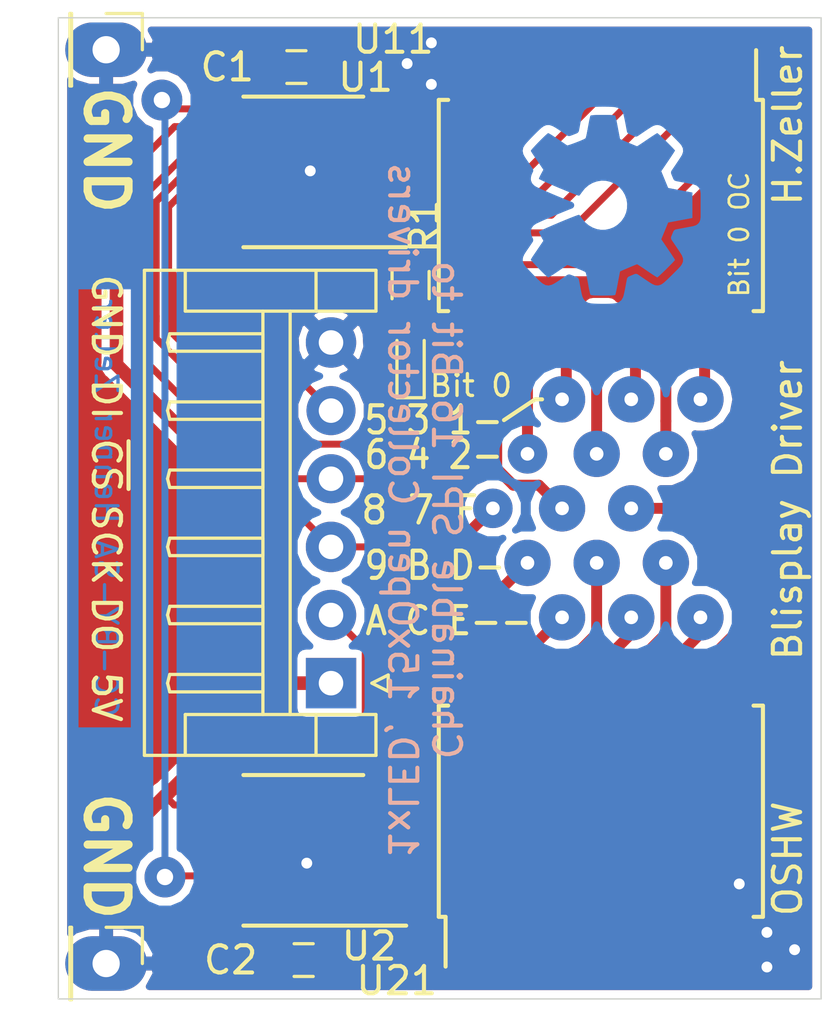
<source format=kicad_pcb>
(kicad_pcb (version 20171130) (host pcbnew "(6.0.0-rc1-dev-979-g9757107b6)")

  (general
    (thickness 1.6)
    (drawings 26)
    (tracks 214)
    (zones 0)
    (modules 17)
    (nets 43)
  )

  (page A4)
  (layers
    (0 F.Cu signal)
    (31 B.Cu signal)
    (32 B.Adhes user)
    (33 F.Adhes user)
    (34 B.Paste user)
    (35 F.Paste user)
    (36 B.SilkS user)
    (37 F.SilkS user)
    (38 B.Mask user)
    (39 F.Mask user)
    (40 Dwgs.User user)
    (41 Cmts.User user)
    (42 Eco1.User user)
    (43 Eco2.User user)
    (44 Edge.Cuts user)
    (45 Margin user)
    (46 B.CrtYd user)
    (47 F.CrtYd user)
    (48 B.Fab user)
    (49 F.Fab user)
  )

  (setup
    (last_trace_width 0.254)
    (user_trace_width 0.4)
    (user_trace_width 0.5)
    (trace_clearance 0.2032)
    (zone_clearance 0.3)
    (zone_45_only no)
    (trace_min 0.2032)
    (via_size 0.8)
    (via_drill 0.4)
    (via_min_size 0.4)
    (via_min_drill 0.3)
    (uvia_size 0.3)
    (uvia_drill 0.1)
    (uvias_allowed no)
    (uvia_min_size 0.2)
    (uvia_min_drill 0.1)
    (edge_width 0.05)
    (segment_width 0.2)
    (pcb_text_width 0.3)
    (pcb_text_size 1.5 1.5)
    (mod_edge_width 0.12)
    (mod_text_size 1 1)
    (mod_text_width 0.15)
    (pad_size 1.45 1.45)
    (pad_drill 0.5)
    (pad_to_mask_clearance 0.051)
    (solder_mask_min_width 0.25)
    (aux_axis_origin 0 0)
    (visible_elements FFFDFFFF)
    (pcbplotparams
      (layerselection 0x010f0_ffffffff)
      (usegerberextensions false)
      (usegerberattributes false)
      (usegerberadvancedattributes false)
      (creategerberjobfile false)
      (excludeedgelayer true)
      (linewidth 0.100000)
      (plotframeref false)
      (viasonmask false)
      (mode 1)
      (useauxorigin false)
      (hpglpennumber 1)
      (hpglpenspeed 20)
      (hpglpendiameter 15.000000)
      (psnegative false)
      (psa4output false)
      (plotreference true)
      (plotvalue true)
      (plotinvisibletext false)
      (padsonsilk false)
      (subtractmaskfromsilk false)
      (outputformat 1)
      (mirror false)
      (drillshape 0)
      (scaleselection 1)
      (outputdirectory "fab"))
  )

  (net 0 "")
  (net 1 +5V)
  (net 2 /MOSI)
  (net 3 GND)
  (net 4 /CS)
  (net 5 /SCK)
  (net 6 "Net-(U1-Pad7)")
  (net 7 "Net-(U1-Pad6)")
  (net 8 "Net-(U1-Pad5)")
  (net 9 "Net-(U1-Pad4)")
  (net 10 "Net-(U1-Pad3)")
  (net 11 "Net-(U1-Pad2)")
  (net 12 "Net-(U1-Pad1)")
  (net 13 /MISO)
  (net 14 "Net-(U11-Pad10)")
  (net 15 /carry)
  (net 16 "Net-(J2-Pad3)")
  (net 17 "Net-(J2-Pad2)")
  (net 18 "Net-(J2-Pad1)")
  (net 19 "Net-(J3-Pad3)")
  (net 20 "Net-(J3-Pad2)")
  (net 21 "Net-(J3-Pad1)")
  (net 22 "Net-(J4-Pad3)")
  (net 23 "Net-(J4-Pad2)")
  (net 24 "Net-(J4-Pad1)")
  (net 25 "Net-(J5-Pad3)")
  (net 26 "Net-(J5-Pad2)")
  (net 27 "Net-(J5-Pad1)")
  (net 28 "Net-(U2-Pad15)")
  (net 29 "Net-(U2-Pad7)")
  (net 30 "Net-(U2-Pad6)")
  (net 31 "Net-(U2-Pad5)")
  (net 32 "Net-(U2-Pad4)")
  (net 33 "Net-(U2-Pad3)")
  (net 34 "Net-(U2-Pad2)")
  (net 35 "Net-(U2-Pad1)")
  (net 36 "Net-(U21-Pad10)")
  (net 37 "Net-(U11-Pad18)")
  (net 38 "Net-(J6-Pad3)")
  (net 39 "Net-(J6-Pad2)")
  (net 40 "Net-(J6-Pad1)")
  (net 41 "Net-(D1-Pad2)")
  (net 42 /Bit0)

  (net_class Default "This is the default net class."
    (clearance 0.2032)
    (trace_width 0.254)
    (via_dia 0.8)
    (via_drill 0.4)
    (uvia_dia 0.3)
    (uvia_drill 0.1)
    (diff_pair_width 0.2032)
    (diff_pair_gap 0.25)
    (add_net +5V)
    (add_net /Bit0)
    (add_net /CS)
    (add_net /MISO)
    (add_net /MOSI)
    (add_net /SCK)
    (add_net /carry)
    (add_net GND)
    (add_net "Net-(D1-Pad2)")
    (add_net "Net-(J2-Pad1)")
    (add_net "Net-(J2-Pad2)")
    (add_net "Net-(J2-Pad3)")
    (add_net "Net-(J3-Pad1)")
    (add_net "Net-(J3-Pad2)")
    (add_net "Net-(J3-Pad3)")
    (add_net "Net-(J4-Pad1)")
    (add_net "Net-(J4-Pad2)")
    (add_net "Net-(J4-Pad3)")
    (add_net "Net-(J5-Pad1)")
    (add_net "Net-(J5-Pad2)")
    (add_net "Net-(J5-Pad3)")
    (add_net "Net-(J6-Pad1)")
    (add_net "Net-(J6-Pad2)")
    (add_net "Net-(J6-Pad3)")
    (add_net "Net-(U1-Pad1)")
    (add_net "Net-(U1-Pad2)")
    (add_net "Net-(U1-Pad3)")
    (add_net "Net-(U1-Pad4)")
    (add_net "Net-(U1-Pad5)")
    (add_net "Net-(U1-Pad6)")
    (add_net "Net-(U1-Pad7)")
    (add_net "Net-(U11-Pad10)")
    (add_net "Net-(U11-Pad18)")
    (add_net "Net-(U2-Pad1)")
    (add_net "Net-(U2-Pad15)")
    (add_net "Net-(U2-Pad2)")
    (add_net "Net-(U2-Pad3)")
    (add_net "Net-(U2-Pad4)")
    (add_net "Net-(U2-Pad5)")
    (add_net "Net-(U2-Pad6)")
    (add_net "Net-(U2-Pad7)")
    (add_net "Net-(U21-Pad10)")
  )

  (module Pin_Headers:Pin_Header_Straight_1x01_Pitch2.54mm (layer F.Cu) (tedit 5BCAC6EC) (tstamp 5BCC2A5B)
    (at 71.755 31.623 270)
    (descr "Through hole straight pin header, 1x01, 2.54mm pitch, single row")
    (tags "Through hole pin header THT 1x01 2.54mm single row")
    (path /5BD4C259)
    (fp_text reference J7 (at -0.762 4.318 90) (layer F.SilkS) hide
      (effects (font (size 1 1) (thickness 0.15)))
    )
    (fp_text value Conn_01x01 (at 3.048 3.048 90) (layer F.Fab)
      (effects (font (size 1 1) (thickness 0.15)))
    )
    (fp_text user %R (at 0 0) (layer F.Fab)
      (effects (font (size 1 1) (thickness 0.15)))
    )
    (fp_line (start 1.8 -1.8) (end -1.8 -1.8) (layer F.CrtYd) (width 0.05))
    (fp_line (start 1.8 1.8) (end 1.8 -1.8) (layer F.CrtYd) (width 0.05))
    (fp_line (start -1.8 1.8) (end 1.8 1.8) (layer F.CrtYd) (width 0.05))
    (fp_line (start -1.8 -1.8) (end -1.8 1.8) (layer F.CrtYd) (width 0.05))
    (fp_line (start -1.33 -1.33) (end 0 -1.33) (layer F.SilkS) (width 0.12))
    (fp_line (start -1.33 0) (end -1.33 -1.33) (layer F.SilkS) (width 0.12))
    (fp_line (start -1.33 1.27) (end 1.33 1.27) (layer F.SilkS) (width 0.12))
    (fp_line (start 1.33 1.27) (end 1.33 1.33) (layer F.SilkS) (width 0.12))
    (fp_line (start -1.33 1.27) (end -1.33 1.33) (layer F.SilkS) (width 0.12))
    (fp_line (start -1.33 1.33) (end 1.33 1.33) (layer F.SilkS) (width 0.12))
    (fp_line (start -1.27 -0.635) (end -0.635 -1.27) (layer F.Fab) (width 0.1))
    (fp_line (start -1.27 1.27) (end -1.27 -0.635) (layer F.Fab) (width 0.1))
    (fp_line (start 1.27 1.27) (end -1.27 1.27) (layer F.Fab) (width 0.1))
    (fp_line (start 1.27 -1.27) (end 1.27 1.27) (layer F.Fab) (width 0.1))
    (fp_line (start -0.635 -1.27) (end 1.27 -1.27) (layer F.Fab) (width 0.1))
    (pad 1 thru_hole oval (at 0 0 270) (size 2 3) (drill 1) (layers *.Cu *.Mask)
      (net 3 GND))
  )

  (module Pin_Headers:Pin_Header_Straight_1x01_Pitch2.54mm (layer F.Cu) (tedit 5BCAC70A) (tstamp 5BCC347B)
    (at 71.755 65.151 270)
    (descr "Through hole straight pin header, 1x01, 2.54mm pitch, single row")
    (tags "Through hole pin header THT 1x01 2.54mm single row")
    (path /5BD5496C)
    (fp_text reference J8 (at -0.254 2.794 270) (layer F.SilkS) hide
      (effects (font (size 1 1) (thickness 0.15)))
    )
    (fp_text value Conn_01x01 (at -2.794 3.048 90) (layer F.Fab)
      (effects (font (size 1 1) (thickness 0.15)))
    )
    (fp_text user %R (at 0 0) (layer F.Fab)
      (effects (font (size 1 1) (thickness 0.15)))
    )
    (fp_line (start 1.8 -1.8) (end -1.8 -1.8) (layer F.CrtYd) (width 0.05))
    (fp_line (start 1.8 1.8) (end 1.8 -1.8) (layer F.CrtYd) (width 0.05))
    (fp_line (start -1.8 1.8) (end 1.8 1.8) (layer F.CrtYd) (width 0.05))
    (fp_line (start -1.8 -1.8) (end -1.8 1.8) (layer F.CrtYd) (width 0.05))
    (fp_line (start -1.33 -1.33) (end 0 -1.33) (layer F.SilkS) (width 0.12))
    (fp_line (start -1.33 0) (end -1.33 -1.33) (layer F.SilkS) (width 0.12))
    (fp_line (start -1.33 1.27) (end 1.33 1.27) (layer F.SilkS) (width 0.12))
    (fp_line (start 1.33 1.27) (end 1.33 1.33) (layer F.SilkS) (width 0.12))
    (fp_line (start -1.33 1.27) (end -1.33 1.33) (layer F.SilkS) (width 0.12))
    (fp_line (start -1.33 1.33) (end 1.33 1.33) (layer F.SilkS) (width 0.12))
    (fp_line (start -1.27 -0.635) (end -0.635 -1.27) (layer F.Fab) (width 0.1))
    (fp_line (start -1.27 1.27) (end -1.27 -0.635) (layer F.Fab) (width 0.1))
    (fp_line (start 1.27 1.27) (end -1.27 1.27) (layer F.Fab) (width 0.1))
    (fp_line (start 1.27 -1.27) (end 1.27 1.27) (layer F.Fab) (width 0.1))
    (fp_line (start -0.635 -1.27) (end 1.27 -1.27) (layer F.Fab) (width 0.1))
    (pad 1 thru_hole oval (at 0 0 270) (size 2 3) (drill 1) (layers *.Cu *.Mask)
      (net 3 GND))
  )

  (module Connectors_JST:JST_EH_S06B-EH_06x2.50mm_Angled (layer F.Cu) (tedit 5BCAB9CE) (tstamp 5BCB8D46)
    (at 80.01 54.864 90)
    (descr "JST EH series connector, S06B-EH, 2.50mm pitch, side entry")
    (tags "connector jst eh side horizontal angled")
    (path /5BCBBB09)
    (fp_text reference J1 (at 6.25 3 90) (layer F.SilkS) hide
      (effects (font (size 1 1) (thickness 0.15)))
    )
    (fp_text value Conn_01x06 (at 6.25 -8 90) (layer F.Fab)
      (effects (font (size 1 1) (thickness 0.15)))
    )
    (fp_line (start 15.65 -7.35) (end -3.15 -7.35) (layer F.CrtYd) (width 0.05))
    (fp_line (start 15.65 2.15) (end 15.65 -7.35) (layer F.CrtYd) (width 0.05))
    (fp_line (start -3.15 2.15) (end 15.65 2.15) (layer F.CrtYd) (width 0.05))
    (fp_line (start -3.15 -7.35) (end -3.15 2.15) (layer F.CrtYd) (width 0.05))
    (fp_line (start 0.3 2.1) (end 0 1.5) (layer F.Fab) (width 0.1))
    (fp_line (start -0.3 2.1) (end 0.3 2.1) (layer F.Fab) (width 0.1))
    (fp_line (start 0 1.5) (end -0.3 2.1) (layer F.Fab) (width 0.1))
    (fp_line (start 0.3 2.1) (end 0 1.5) (layer F.SilkS) (width 0.12))
    (fp_line (start -0.3 2.1) (end 0.3 2.1) (layer F.SilkS) (width 0.12))
    (fp_line (start 0 1.5) (end -0.3 2.1) (layer F.SilkS) (width 0.12))
    (fp_line (start 12.82 -2.5) (end 12.5 -2.5) (layer F.SilkS) (width 0.12))
    (fp_line (start 12.82 -5.92) (end 12.82 -2.5) (layer F.SilkS) (width 0.12))
    (fp_line (start 12.5 -6) (end 12.82 -5.92) (layer F.SilkS) (width 0.12))
    (fp_line (start 12.18 -5.92) (end 12.5 -6) (layer F.SilkS) (width 0.12))
    (fp_line (start 12.18 -2.5) (end 12.18 -5.92) (layer F.SilkS) (width 0.12))
    (fp_line (start 12.5 -2.5) (end 12.18 -2.5) (layer F.SilkS) (width 0.12))
    (fp_line (start 10.32 -2.5) (end 10 -2.5) (layer F.SilkS) (width 0.12))
    (fp_line (start 10.32 -5.92) (end 10.32 -2.5) (layer F.SilkS) (width 0.12))
    (fp_line (start 10 -6) (end 10.32 -5.92) (layer F.SilkS) (width 0.12))
    (fp_line (start 9.68 -5.92) (end 10 -6) (layer F.SilkS) (width 0.12))
    (fp_line (start 9.68 -2.5) (end 9.68 -5.92) (layer F.SilkS) (width 0.12))
    (fp_line (start 10 -2.5) (end 9.68 -2.5) (layer F.SilkS) (width 0.12))
    (fp_line (start 7.82 -2.5) (end 7.5 -2.5) (layer F.SilkS) (width 0.12))
    (fp_line (start 7.82 -5.92) (end 7.82 -2.5) (layer F.SilkS) (width 0.12))
    (fp_line (start 7.5 -6) (end 7.82 -5.92) (layer F.SilkS) (width 0.12))
    (fp_line (start 7.18 -5.92) (end 7.5 -6) (layer F.SilkS) (width 0.12))
    (fp_line (start 7.18 -2.5) (end 7.18 -5.92) (layer F.SilkS) (width 0.12))
    (fp_line (start 7.5 -2.5) (end 7.18 -2.5) (layer F.SilkS) (width 0.12))
    (fp_line (start 5.32 -2.5) (end 5 -2.5) (layer F.SilkS) (width 0.12))
    (fp_line (start 5.32 -5.92) (end 5.32 -2.5) (layer F.SilkS) (width 0.12))
    (fp_line (start 5 -6) (end 5.32 -5.92) (layer F.SilkS) (width 0.12))
    (fp_line (start 4.68 -5.92) (end 5 -6) (layer F.SilkS) (width 0.12))
    (fp_line (start 4.68 -2.5) (end 4.68 -5.92) (layer F.SilkS) (width 0.12))
    (fp_line (start 5 -2.5) (end 4.68 -2.5) (layer F.SilkS) (width 0.12))
    (fp_line (start 2.82 -2.5) (end 2.5 -2.5) (layer F.SilkS) (width 0.12))
    (fp_line (start 2.82 -5.92) (end 2.82 -2.5) (layer F.SilkS) (width 0.12))
    (fp_line (start 2.5 -6) (end 2.82 -5.92) (layer F.SilkS) (width 0.12))
    (fp_line (start 2.18 -5.92) (end 2.5 -6) (layer F.SilkS) (width 0.12))
    (fp_line (start 2.18 -2.5) (end 2.18 -5.92) (layer F.SilkS) (width 0.12))
    (fp_line (start 2.5 -2.5) (end 2.18 -2.5) (layer F.SilkS) (width 0.12))
    (fp_line (start 0.32 -2.5) (end 0 -2.5) (layer F.SilkS) (width 0.12))
    (fp_line (start 0.32 -5.92) (end 0.32 -2.5) (layer F.SilkS) (width 0.12))
    (fp_line (start 0 -6) (end 0.32 -5.92) (layer F.SilkS) (width 0.12))
    (fp_line (start -0.32 -5.92) (end 0 -6) (layer F.SilkS) (width 0.12))
    (fp_line (start -0.32 -2.5) (end -0.32 -5.92) (layer F.SilkS) (width 0.12))
    (fp_line (start 0 -2.5) (end -0.32 -2.5) (layer F.SilkS) (width 0.12))
    (fp_line (start -1.15 -1.5) (end 13.65 -1.5) (layer F.SilkS) (width 0.12))
    (fp_line (start -1.15 -2.5) (end 13.65 -2.5) (layer F.SilkS) (width 0.12))
    (fp_line (start 13.65 -0.55) (end 15.15 -0.55) (layer F.SilkS) (width 0.12))
    (fp_line (start 13.65 -5.35) (end 13.65 -0.55) (layer F.SilkS) (width 0.12))
    (fp_line (start 15.15 -5.35) (end 13.65 -5.35) (layer F.SilkS) (width 0.12))
    (fp_line (start -1.15 -0.55) (end -2.65 -0.55) (layer F.SilkS) (width 0.12))
    (fp_line (start -1.15 -5.35) (end -1.15 -0.55) (layer F.SilkS) (width 0.12))
    (fp_line (start -2.65 -5.35) (end -1.15 -5.35) (layer F.SilkS) (width 0.12))
    (fp_line (start 13.65 1.65) (end 13.65 -0.55) (layer F.SilkS) (width 0.12))
    (fp_line (start 15.15 1.65) (end 13.65 1.65) (layer F.SilkS) (width 0.12))
    (fp_line (start 15.15 -6.85) (end 15.15 1.65) (layer F.SilkS) (width 0.12))
    (fp_line (start -2.65 -6.85) (end 15.15 -6.85) (layer F.SilkS) (width 0.12))
    (fp_line (start -2.65 1.65) (end -2.65 -6.85) (layer F.SilkS) (width 0.12))
    (fp_line (start -1.15 1.65) (end -2.65 1.65) (layer F.SilkS) (width 0.12))
    (fp_line (start -1.15 -0.55) (end -1.15 1.65) (layer F.SilkS) (width 0.12))
    (fp_line (start 15 -6.7) (end -2.5 -6.7) (layer F.Fab) (width 0.1))
    (fp_line (start 15 1.5) (end 15 -6.7) (layer F.Fab) (width 0.1))
    (fp_line (start -2.5 1.5) (end 15 1.5) (layer F.Fab) (width 0.1))
    (fp_line (start -2.5 -6.7) (end -2.5 1.5) (layer F.Fab) (width 0.1))
    (fp_text user %R (at 6.25 -2 90) (layer F.Fab)
      (effects (font (size 1 1) (thickness 0.15)))
    )
    (pad 6 thru_hole circle (at 12.5 0 90) (size 1.85 1.85) (drill 0.9) (layers *.Cu *.Mask)
      (net 3 GND))
    (pad 5 thru_hole circle (at 10 0 90) (size 1.8 1.8) (drill 0.9) (layers *.Cu *.Mask)
      (net 2 /MOSI))
    (pad 4 thru_hole circle (at 7.5 0 90) (size 1.8 1.8) (drill 0.9) (layers *.Cu *.Mask)
      (net 4 /CS))
    (pad 3 thru_hole circle (at 5 0 90) (size 1.85 1.85) (drill 0.9) (layers *.Cu *.Mask)
      (net 5 /SCK))
    (pad 2 thru_hole circle (at 2.5 0 90) (size 1.85 1.85) (drill 0.9) (layers *.Cu *.Mask)
      (net 13 /MISO))
    (pad 1 thru_hole rect (at 0 0 90) (size 1.85 1.85) (drill 0.9) (layers *.Cu *.Mask)
      (net 1 +5V))
    (model Connectors_JST.3dshapes/JST_EH_S06B-EH_06x2.50mm_Angled.wrl
      (at (xyz 0 0 0))
      (scale (xyz 1 1 1))
      (rotate (xyz 0 0 0))
    )
  )

  (module Resistors_SMD:R_0603 (layer F.Cu) (tedit 58E0A804) (tstamp 5BCBA50F)
    (at 82.931 40.259 270)
    (descr "Resistor SMD 0603, reflow soldering, Vishay (see dcrcw.pdf)")
    (tags "resistor 0603")
    (path /5BD3C356)
    (attr smd)
    (fp_text reference R1 (at -2.159 -0.508 90) (layer F.SilkS)
      (effects (font (size 1 1) (thickness 0.15)))
    )
    (fp_text value 1k (at 0 1.5 270) (layer F.Fab)
      (effects (font (size 1 1) (thickness 0.15)))
    )
    (fp_line (start 1.25 0.7) (end -1.25 0.7) (layer F.CrtYd) (width 0.05))
    (fp_line (start 1.25 0.7) (end 1.25 -0.7) (layer F.CrtYd) (width 0.05))
    (fp_line (start -1.25 -0.7) (end -1.25 0.7) (layer F.CrtYd) (width 0.05))
    (fp_line (start -1.25 -0.7) (end 1.25 -0.7) (layer F.CrtYd) (width 0.05))
    (fp_line (start -0.5 -0.68) (end 0.5 -0.68) (layer F.SilkS) (width 0.12))
    (fp_line (start 0.5 0.68) (end -0.5 0.68) (layer F.SilkS) (width 0.12))
    (fp_line (start -0.8 -0.4) (end 0.8 -0.4) (layer F.Fab) (width 0.1))
    (fp_line (start 0.8 -0.4) (end 0.8 0.4) (layer F.Fab) (width 0.1))
    (fp_line (start 0.8 0.4) (end -0.8 0.4) (layer F.Fab) (width 0.1))
    (fp_line (start -0.8 0.4) (end -0.8 -0.4) (layer F.Fab) (width 0.1))
    (fp_text user %R (at 0 0 270) (layer F.Fab)
      (effects (font (size 0.4 0.4) (thickness 0.075)))
    )
    (pad 2 smd rect (at 0.75 0 270) (size 0.5 0.9) (layers F.Cu F.Paste F.Mask)
      (net 41 "Net-(D1-Pad2)"))
    (pad 1 smd rect (at -0.75 0 270) (size 0.5 0.9) (layers F.Cu F.Paste F.Mask)
      (net 42 /Bit0))
    (model ${KISYS3DMOD}/Resistors_SMD.3dshapes/R_0603.wrl
      (at (xyz 0 0 0))
      (scale (xyz 1 1 1))
      (rotate (xyz 0 0 0))
    )
  )

  (module LEDs:LED_0603 (layer F.Cu) (tedit 57FE93A5) (tstamp 5BCC509A)
    (at 82.931 43.091 90)
    (descr "LED 0603 smd package")
    (tags "LED led 0603 SMD smd SMT smt smdled SMDLED smtled SMTLED")
    (path /5BD39E39)
    (attr smd)
    (fp_text reference D1 (at 0 -1.25 90) (layer F.SilkS) hide
      (effects (font (size 1 1) (thickness 0.15)))
    )
    (fp_text value LED (at 0 1.35 90) (layer F.Fab)
      (effects (font (size 1 1) (thickness 0.15)))
    )
    (fp_line (start -1.45 -0.65) (end 1.45 -0.65) (layer F.CrtYd) (width 0.05))
    (fp_line (start -1.45 0.65) (end -1.45 -0.65) (layer F.CrtYd) (width 0.05))
    (fp_line (start 1.45 0.65) (end -1.45 0.65) (layer F.CrtYd) (width 0.05))
    (fp_line (start 1.45 -0.65) (end 1.45 0.65) (layer F.CrtYd) (width 0.05))
    (fp_line (start -1.3 -0.5) (end 0.8 -0.5) (layer F.SilkS) (width 0.12))
    (fp_line (start -1.3 0.5) (end 0.8 0.5) (layer F.SilkS) (width 0.12))
    (fp_line (start -0.8 0.4) (end -0.8 -0.4) (layer F.Fab) (width 0.1))
    (fp_line (start -0.8 -0.4) (end 0.8 -0.4) (layer F.Fab) (width 0.1))
    (fp_line (start 0.8 -0.4) (end 0.8 0.4) (layer F.Fab) (width 0.1))
    (fp_line (start 0.8 0.4) (end -0.8 0.4) (layer F.Fab) (width 0.1))
    (fp_line (start 0.15 -0.2) (end 0.15 0.2) (layer F.Fab) (width 0.1))
    (fp_line (start 0.15 0.2) (end -0.15 0) (layer F.Fab) (width 0.1))
    (fp_line (start -0.15 0) (end 0.15 -0.2) (layer F.Fab) (width 0.1))
    (fp_line (start -0.2 -0.2) (end -0.2 0.2) (layer F.Fab) (width 0.1))
    (fp_line (start -1.3 -0.5) (end -1.3 0.5) (layer F.SilkS) (width 0.12))
    (pad 1 smd rect (at -0.8 0 270) (size 0.8 0.8) (layers F.Cu F.Paste F.Mask)
      (net 3 GND))
    (pad 2 smd rect (at 0.8 0 270) (size 0.8 0.8) (layers F.Cu F.Paste F.Mask)
      (net 41 "Net-(D1-Pad2)"))
    (model ${KISYS3DMOD}/LEDs.3dshapes/LED_0603.wrl
      (at (xyz 0 0 0))
      (scale (xyz 1 1 1))
      (rotate (xyz 0 0 180))
    )
  )

  (module Pin_Headers:Pin_Header_Straight_1x03_Pitch2.54mm (layer F.Cu) (tedit 5BCAD3CA) (tstamp 5BCBC6D8)
    (at 85.952 48.45 90)
    (descr "Through hole straight pin header, 1x03, 2.54mm pitch, single row")
    (tags "Through hole pin header THT 1x03 2.54mm single row")
    (path /5BCD08F2)
    (fp_text reference J4 (at 0.19 -1.878 90) (layer F.SilkS) hide
      (effects (font (size 1 1) (thickness 0.15)))
    )
    (fp_text value Conn_01x03 (at 0 7.41 90) (layer F.Fab)
      (effects (font (size 1 1) (thickness 0.15)))
    )
    (fp_text user %R (at 0 2.54 180) (layer F.Fab)
      (effects (font (size 1 1) (thickness 0.15)))
    )
    (pad 3 thru_hole circle (at 0 5.08 90) (size 1.7 1.7) (drill 0.5) (layers *.Cu *.Mask)
      (net 22 "Net-(J4-Pad3)"))
    (pad 2 thru_hole circle (at 0 2.54 90) (size 1.7 1.7) (drill 0.5) (layers *.Cu *.Mask)
      (net 23 "Net-(J4-Pad2)"))
    (pad 1 thru_hole circle (at 0 0 90) (size 1.45 1.45) (drill 0.5) (layers *.Cu *.Mask)
      (net 24 "Net-(J4-Pad1)"))
  )

  (module Pin_Headers:Pin_Header_Straight_1x03_Pitch2.54mm (layer F.Cu) (tedit 5BCAD3BD) (tstamp 5BCAED91)
    (at 87.222 46.45 90)
    (descr "Through hole straight pin header, 1x03, 2.54mm pitch, single row")
    (tags "Through hole pin header THT 1x03 2.54mm single row")
    (path /5BCD15D5)
    (fp_text reference J5 (at 0 8.282 90) (layer F.SilkS) hide
      (effects (font (size 1 1) (thickness 0.15)))
    )
    (fp_text value Conn_01x03 (at 0 7.41 90) (layer F.Fab)
      (effects (font (size 1 1) (thickness 0.15)))
    )
    (fp_text user %R (at 0 2.54 180) (layer F.Fab)
      (effects (font (size 1 1) (thickness 0.15)))
    )
    (pad 3 thru_hole circle (at 0 5.08 90) (size 1.7 1.7) (drill 0.5) (layers *.Cu *.Mask)
      (net 25 "Net-(J5-Pad3)"))
    (pad 2 thru_hole circle (at 0 2.54 90) (size 1.7 1.7) (drill 0.5) (layers *.Cu *.Mask)
      (net 26 "Net-(J5-Pad2)"))
    (pad 1 thru_hole circle (at 0 0 90) (size 1.45 1.45) (drill 0.5) (layers *.Cu *.Mask)
      (net 27 "Net-(J5-Pad1)"))
  )

  (module Pin_Headers:Pin_Header_Straight_1x03_Pitch2.54mm (layer F.Cu) (tedit 5BCAA0C6) (tstamp 5BCAEDA8)
    (at 88.492 44.45 90)
    (descr "Through hole straight pin header, 1x03, 2.54mm pitch, single row")
    (tags "Through hole pin header THT 1x03 2.54mm single row")
    (path /5BCD1FA6)
    (fp_text reference J6 (at 0 7.012 90) (layer F.SilkS) hide
      (effects (font (size 1 1) (thickness 0.15)))
    )
    (fp_text value Conn_01x03 (at 0 7.41 90) (layer F.Fab)
      (effects (font (size 1 1) (thickness 0.15)))
    )
    (fp_text user %R (at 0 2.54 180) (layer F.Fab)
      (effects (font (size 1 1) (thickness 0.15)))
    )
    (pad 3 thru_hole oval (at 0 5.08 90) (size 1.7 1.7) (drill 0.5) (layers *.Cu *.Mask)
      (net 38 "Net-(J6-Pad3)"))
    (pad 2 thru_hole circle (at 0 2.54 90) (size 1.7 1.7) (drill 0.5) (layers *.Cu *.Mask)
      (net 39 "Net-(J6-Pad2)"))
    (pad 1 thru_hole circle (at 0 0 90) (size 1.7 1.7) (drill 0.5) (layers *.Cu *.Mask)
      (net 40 "Net-(J6-Pad1)"))
  )

  (module Pin_Headers:Pin_Header_Straight_1x03_Pitch2.54mm (layer F.Cu) (tedit 5BCA9FB9) (tstamp 5BCAED63)
    (at 87.222 50.45 90)
    (descr "Through hole straight pin header, 1x03, 2.54mm pitch, single row")
    (tags "Through hole pin header THT 1x03 2.54mm single row")
    (path /5BCD02A1)
    (fp_text reference J3 (at 0 8.282 90) (layer F.SilkS) hide
      (effects (font (size 1 1) (thickness 0.15)))
    )
    (fp_text value Conn_01x03 (at 0 7.41 90) (layer F.Fab)
      (effects (font (size 1 1) (thickness 0.15)))
    )
    (fp_text user %R (at 0 2.54 180) (layer F.Fab)
      (effects (font (size 1 1) (thickness 0.15)))
    )
    (pad 3 thru_hole circle (at 0 5.08 90) (size 1.7 1.7) (drill 0.5) (layers *.Cu *.Mask)
      (net 19 "Net-(J3-Pad3)"))
    (pad 2 thru_hole circle (at 0 2.54 90) (size 1.7 1.7) (drill 0.5) (layers *.Cu *.Mask)
      (net 20 "Net-(J3-Pad2)"))
    (pad 1 thru_hole circle (at 0 0 90) (size 1.7 1.7) (drill 0.5) (layers *.Cu *.Mask)
      (net 21 "Net-(J3-Pad1)"))
  )

  (module Pin_Headers:Pin_Header_Straight_1x03_Pitch2.54mm (layer F.Cu) (tedit 5BCA9F28) (tstamp 5BCAED4C)
    (at 88.492 52.45 90)
    (descr "Through hole straight pin header, 1x03, 2.54mm pitch, single row")
    (tags "Through hole pin header THT 1x03 2.54mm single row")
    (path /5BCCEB4F)
    (fp_text reference J2 (at 0 7.012 90) (layer F.SilkS) hide
      (effects (font (size 1 1) (thickness 0.15)))
    )
    (fp_text value Conn_01x03 (at 0 7.41 90) (layer F.Fab)
      (effects (font (size 1 1) (thickness 0.15)))
    )
    (fp_text user %R (at 0 2.54 180) (layer F.Fab)
      (effects (font (size 1 1) (thickness 0.15)))
    )
    (pad 3 thru_hole circle (at 0 5.08 90) (size 1.7 1.7) (drill 0.5) (layers *.Cu *.Mask)
      (net 16 "Net-(J2-Pad3)"))
    (pad 2 thru_hole circle (at 0 2.54 90) (size 1.7 1.7) (drill 0.5) (layers *.Cu *.Mask)
      (net 17 "Net-(J2-Pad2)"))
    (pad 1 thru_hole circle (at 0 0 90) (size 1.7 1.7) (drill 0.5) (layers *.Cu *.Mask)
      (net 18 "Net-(J2-Pad1)"))
  )

  (module Capacitors_SMD:C_0603 (layer F.Cu) (tedit 59958EE7) (tstamp 5BCB6EC5)
    (at 79.006 65.024)
    (descr "Capacitor SMD 0603, reflow soldering, AVX (see smccp.pdf)")
    (tags "capacitor 0603")
    (path /5BD64E2D)
    (attr smd)
    (fp_text reference C2 (at -2.679 0) (layer F.SilkS)
      (effects (font (size 1 1) (thickness 0.15)))
    )
    (fp_text value C (at 0 1.5) (layer F.Fab)
      (effects (font (size 1 1) (thickness 0.15)))
    )
    (fp_text user %R (at 0 0) (layer F.Fab)
      (effects (font (size 0.3 0.3) (thickness 0.075)))
    )
    (fp_line (start -0.8 0.4) (end -0.8 -0.4) (layer F.Fab) (width 0.1))
    (fp_line (start 0.8 0.4) (end -0.8 0.4) (layer F.Fab) (width 0.1))
    (fp_line (start 0.8 -0.4) (end 0.8 0.4) (layer F.Fab) (width 0.1))
    (fp_line (start -0.8 -0.4) (end 0.8 -0.4) (layer F.Fab) (width 0.1))
    (fp_line (start -0.35 -0.6) (end 0.35 -0.6) (layer F.SilkS) (width 0.12))
    (fp_line (start 0.35 0.6) (end -0.35 0.6) (layer F.SilkS) (width 0.12))
    (fp_line (start -1.4 -0.65) (end 1.4 -0.65) (layer F.CrtYd) (width 0.05))
    (fp_line (start -1.4 -0.65) (end -1.4 0.65) (layer F.CrtYd) (width 0.05))
    (fp_line (start 1.4 0.65) (end 1.4 -0.65) (layer F.CrtYd) (width 0.05))
    (fp_line (start 1.4 0.65) (end -1.4 0.65) (layer F.CrtYd) (width 0.05))
    (pad 1 smd rect (at -0.75 0) (size 0.8 0.75) (layers F.Cu F.Paste F.Mask)
      (net 1 +5V))
    (pad 2 smd rect (at 0.75 0) (size 0.8 0.75) (layers F.Cu F.Paste F.Mask)
      (net 3 GND))
    (model Capacitors_SMD.3dshapes/C_0603.wrl
      (at (xyz 0 0 0))
      (scale (xyz 1 1 1))
      (rotate (xyz 0 0 0))
    )
  )

  (module Housings_SOIC:SOIC-18W_7.5x11.6mm_Pitch1.27mm (layer F.Cu) (tedit 58CC8F64) (tstamp 5BCC7658)
    (at 89.916 37.338 270)
    (descr "18-Lead Plastic Small Outline (SO) - Wide, 7.50 mm Body [SOIC] (see Microchip Packaging Specification 00000049BS.pdf)")
    (tags "SOIC 1.27")
    (path /5BCA59BE)
    (attr smd)
    (fp_text reference U11 (at -6.096 7.62) (layer F.SilkS)
      (effects (font (size 1 1) (thickness 0.15)))
    )
    (fp_text value ULN2803A (at 0 6.875 270) (layer F.Fab)
      (effects (font (size 1 1) (thickness 0.15)))
    )
    (fp_line (start -3.875 -5.7) (end -5.7 -5.7) (layer F.SilkS) (width 0.15))
    (fp_line (start -3.875 5.95) (end 3.875 5.95) (layer F.SilkS) (width 0.15))
    (fp_line (start -3.875 -5.95) (end 3.875 -5.95) (layer F.SilkS) (width 0.15))
    (fp_line (start -3.875 5.95) (end -3.875 5.605) (layer F.SilkS) (width 0.15))
    (fp_line (start 3.875 5.95) (end 3.875 5.605) (layer F.SilkS) (width 0.15))
    (fp_line (start 3.875 -5.95) (end 3.875 -5.605) (layer F.SilkS) (width 0.15))
    (fp_line (start -3.875 -5.95) (end -3.875 -5.7) (layer F.SilkS) (width 0.15))
    (fp_line (start -5.95 6.15) (end 5.95 6.15) (layer F.CrtYd) (width 0.05))
    (fp_line (start -5.95 -6.15) (end 5.95 -6.15) (layer F.CrtYd) (width 0.05))
    (fp_line (start 5.95 -6.15) (end 5.95 6.15) (layer F.CrtYd) (width 0.05))
    (fp_line (start -5.95 -6.15) (end -5.95 6.15) (layer F.CrtYd) (width 0.05))
    (fp_line (start -3.75 -4.8) (end -2.75 -5.8) (layer F.Fab) (width 0.15))
    (fp_line (start -3.75 5.8) (end -3.75 -4.8) (layer F.Fab) (width 0.15))
    (fp_line (start 3.75 5.8) (end -3.75 5.8) (layer F.Fab) (width 0.15))
    (fp_line (start 3.75 -5.8) (end 3.75 5.8) (layer F.Fab) (width 0.15))
    (fp_line (start -2.75 -5.8) (end 3.75 -5.8) (layer F.Fab) (width 0.15))
    (fp_text user %R (at 0 0 270) (layer F.Fab)
      (effects (font (size 1 1) (thickness 0.15)))
    )
    (pad 18 smd rect (at 4.7 -5.08 270) (size 2 0.6) (layers F.Cu F.Paste F.Mask)
      (net 37 "Net-(U11-Pad18)"))
    (pad 17 smd rect (at 4.7 -3.81 270) (size 2 0.6) (layers F.Cu F.Paste F.Mask)
      (net 38 "Net-(J6-Pad3)"))
    (pad 16 smd rect (at 4.7 -2.54 270) (size 2 0.6) (layers F.Cu F.Paste F.Mask)
      (net 25 "Net-(J5-Pad3)"))
    (pad 15 smd rect (at 4.7 -1.27 270) (size 2 0.6) (layers F.Cu F.Paste F.Mask)
      (net 39 "Net-(J6-Pad2)"))
    (pad 14 smd rect (at 4.7 0 270) (size 2 0.6) (layers F.Cu F.Paste F.Mask)
      (net 26 "Net-(J5-Pad2)"))
    (pad 13 smd rect (at 4.7 1.27 270) (size 2 0.6) (layers F.Cu F.Paste F.Mask)
      (net 40 "Net-(J6-Pad1)"))
    (pad 12 smd rect (at 4.7 2.54 270) (size 2 0.6) (layers F.Cu F.Paste F.Mask)
      (net 27 "Net-(J5-Pad1)"))
    (pad 11 smd rect (at 4.7 3.81 270) (size 2 0.6) (layers F.Cu F.Paste F.Mask)
      (net 23 "Net-(J4-Pad2)"))
    (pad 10 smd rect (at 4.7 5.08 270) (size 2 0.6) (layers F.Cu F.Paste F.Mask)
      (net 14 "Net-(U11-Pad10)"))
    (pad 9 smd rect (at -4.7 5.08 270) (size 2 0.6) (layers F.Cu F.Paste F.Mask)
      (net 3 GND))
    (pad 8 smd rect (at -4.7 3.81 270) (size 2 0.6) (layers F.Cu F.Paste F.Mask)
      (net 6 "Net-(U1-Pad7)"))
    (pad 7 smd rect (at -4.7 2.54 270) (size 2 0.6) (layers F.Cu F.Paste F.Mask)
      (net 7 "Net-(U1-Pad6)"))
    (pad 6 smd rect (at -4.7 1.27 270) (size 2 0.6) (layers F.Cu F.Paste F.Mask)
      (net 8 "Net-(U1-Pad5)"))
    (pad 5 smd rect (at -4.7 0 270) (size 2 0.6) (layers F.Cu F.Paste F.Mask)
      (net 9 "Net-(U1-Pad4)"))
    (pad 4 smd rect (at -4.7 -1.27 270) (size 2 0.6) (layers F.Cu F.Paste F.Mask)
      (net 10 "Net-(U1-Pad3)"))
    (pad 3 smd rect (at -4.7 -2.54 270) (size 2 0.6) (layers F.Cu F.Paste F.Mask)
      (net 11 "Net-(U1-Pad2)"))
    (pad 2 smd rect (at -4.7 -3.81 270) (size 2 0.6) (layers F.Cu F.Paste F.Mask)
      (net 12 "Net-(U1-Pad1)"))
    (pad 1 smd rect (at -4.7 -5.08 270) (size 2 0.6) (layers F.Cu F.Paste F.Mask)
      (net 42 /Bit0))
    (model ${KISYS3DMOD}/Housings_SOIC.3dshapes/SOIC-18W_7.5x11.6mm_Pitch1.27mm.wrl
      (at (xyz 0 0 0))
      (scale (xyz 1 1 1))
      (rotate (xyz 0 0 0))
    )
  )

  (module Housings_SOIC:SOIC-18W_7.5x11.6mm_Pitch1.27mm (layer F.Cu) (tedit 58CC8F64) (tstamp 5BCAD31F)
    (at 89.916 59.563 90)
    (descr "18-Lead Plastic Small Outline (SO) - Wide, 7.50 mm Body [SOIC] (see Microchip Packaging Specification 00000049BS.pdf)")
    (tags "SOIC 1.27")
    (path /5BCA4A44)
    (attr smd)
    (fp_text reference U21 (at -6.223 -7.493 180) (layer F.SilkS)
      (effects (font (size 1 1) (thickness 0.15)))
    )
    (fp_text value ULN2803A (at 0 6.875 90) (layer F.Fab)
      (effects (font (size 1 1) (thickness 0.15)))
    )
    (fp_line (start -3.875 -5.7) (end -5.7 -5.7) (layer F.SilkS) (width 0.15))
    (fp_line (start -3.875 5.95) (end 3.875 5.95) (layer F.SilkS) (width 0.15))
    (fp_line (start -3.875 -5.95) (end 3.875 -5.95) (layer F.SilkS) (width 0.15))
    (fp_line (start -3.875 5.95) (end -3.875 5.605) (layer F.SilkS) (width 0.15))
    (fp_line (start 3.875 5.95) (end 3.875 5.605) (layer F.SilkS) (width 0.15))
    (fp_line (start 3.875 -5.95) (end 3.875 -5.605) (layer F.SilkS) (width 0.15))
    (fp_line (start -3.875 -5.95) (end -3.875 -5.7) (layer F.SilkS) (width 0.15))
    (fp_line (start -5.95 6.15) (end 5.95 6.15) (layer F.CrtYd) (width 0.05))
    (fp_line (start -5.95 -6.15) (end 5.95 -6.15) (layer F.CrtYd) (width 0.05))
    (fp_line (start 5.95 -6.15) (end 5.95 6.15) (layer F.CrtYd) (width 0.05))
    (fp_line (start -5.95 -6.15) (end -5.95 6.15) (layer F.CrtYd) (width 0.05))
    (fp_line (start -3.75 -4.8) (end -2.75 -5.8) (layer F.Fab) (width 0.15))
    (fp_line (start -3.75 5.8) (end -3.75 -4.8) (layer F.Fab) (width 0.15))
    (fp_line (start 3.75 5.8) (end -3.75 5.8) (layer F.Fab) (width 0.15))
    (fp_line (start 3.75 -5.8) (end 3.75 5.8) (layer F.Fab) (width 0.15))
    (fp_line (start -2.75 -5.8) (end 3.75 -5.8) (layer F.Fab) (width 0.15))
    (fp_text user %R (at 0 -0.254 180) (layer F.Fab)
      (effects (font (size 1 1) (thickness 0.15)))
    )
    (pad 18 smd rect (at 4.7 -5.08 90) (size 2 0.6) (layers F.Cu F.Paste F.Mask)
      (net 24 "Net-(J4-Pad1)"))
    (pad 17 smd rect (at 4.7 -3.81 90) (size 2 0.6) (layers F.Cu F.Paste F.Mask)
      (net 21 "Net-(J3-Pad1)"))
    (pad 16 smd rect (at 4.7 -2.54 90) (size 2 0.6) (layers F.Cu F.Paste F.Mask)
      (net 18 "Net-(J2-Pad1)"))
    (pad 15 smd rect (at 4.7 -1.27 90) (size 2 0.6) (layers F.Cu F.Paste F.Mask)
      (net 20 "Net-(J3-Pad2)"))
    (pad 14 smd rect (at 4.7 0 90) (size 2 0.6) (layers F.Cu F.Paste F.Mask)
      (net 17 "Net-(J2-Pad2)"))
    (pad 13 smd rect (at 4.7 1.27 90) (size 2 0.6) (layers F.Cu F.Paste F.Mask)
      (net 19 "Net-(J3-Pad3)"))
    (pad 12 smd rect (at 4.7 2.54 90) (size 2 0.6) (layers F.Cu F.Paste F.Mask)
      (net 16 "Net-(J2-Pad3)"))
    (pad 11 smd rect (at 4.7 3.81 90) (size 2 0.6) (layers F.Cu F.Paste F.Mask)
      (net 22 "Net-(J4-Pad3)"))
    (pad 10 smd rect (at 4.7 5.08 90) (size 2 0.6) (layers F.Cu F.Paste F.Mask)
      (net 36 "Net-(U21-Pad10)"))
    (pad 9 smd rect (at -4.7 5.08 90) (size 2 0.6) (layers F.Cu F.Paste F.Mask)
      (net 3 GND))
    (pad 8 smd rect (at -4.7 3.81 90) (size 2 0.6) (layers F.Cu F.Paste F.Mask)
      (net 29 "Net-(U2-Pad7)"))
    (pad 7 smd rect (at -4.7 2.54 90) (size 2 0.6) (layers F.Cu F.Paste F.Mask)
      (net 30 "Net-(U2-Pad6)"))
    (pad 6 smd rect (at -4.7 1.27 90) (size 2 0.6) (layers F.Cu F.Paste F.Mask)
      (net 31 "Net-(U2-Pad5)"))
    (pad 5 smd rect (at -4.7 0 90) (size 2 0.6) (layers F.Cu F.Paste F.Mask)
      (net 32 "Net-(U2-Pad4)"))
    (pad 4 smd rect (at -4.7 -1.27 90) (size 2 0.6) (layers F.Cu F.Paste F.Mask)
      (net 33 "Net-(U2-Pad3)"))
    (pad 3 smd rect (at -4.7 -2.54 90) (size 2 0.6) (layers F.Cu F.Paste F.Mask)
      (net 34 "Net-(U2-Pad2)"))
    (pad 2 smd rect (at -4.7 -3.81 90) (size 2 0.6) (layers F.Cu F.Paste F.Mask)
      (net 35 "Net-(U2-Pad1)"))
    (pad 1 smd rect (at -4.7 -5.08 90) (size 2 0.6) (layers F.Cu F.Paste F.Mask)
      (net 28 "Net-(U2-Pad15)"))
    (model ${KISYS3DMOD}/Housings_SOIC.3dshapes/SOIC-18W_7.5x11.6mm_Pitch1.27mm.wrl
      (at (xyz 0 0 0))
      (scale (xyz 1 1 1))
      (rotate (xyz 0 0 0))
    )
  )

  (module Housings_SSOP:TSSOP-16_4.4x5mm_Pitch0.65mm (layer F.Cu) (tedit 54130A77) (tstamp 5BCB42B6)
    (at 78.994 36.068 180)
    (descr "16-Lead Plastic Thin Shrink Small Outline (ST)-4.4 mm Body [TSSOP] (see Microchip Packaging Specification 00000049BS.pdf)")
    (tags "SSOP 0.65")
    (path /5BCABF0D)
    (attr smd)
    (fp_text reference U1 (at -2.286 3.429 180) (layer F.SilkS)
      (effects (font (size 1 1) (thickness 0.15)))
    )
    (fp_text value 74HC595 (at 0 3.55 180) (layer F.Fab)
      (effects (font (size 1 1) (thickness 0.15)))
    )
    (fp_text user %R (at -4.064 -3.556 180) (layer F.Fab)
      (effects (font (size 0.8 0.8) (thickness 0.15)))
    )
    (fp_line (start -3.775 -2.8) (end 2.2 -2.8) (layer F.SilkS) (width 0.15))
    (fp_line (start -2.2 2.725) (end 2.2 2.725) (layer F.SilkS) (width 0.15))
    (fp_line (start -3.95 2.8) (end 3.95 2.8) (layer F.CrtYd) (width 0.05))
    (fp_line (start -3.95 -2.9) (end 3.95 -2.9) (layer F.CrtYd) (width 0.05))
    (fp_line (start 3.95 -2.9) (end 3.95 2.8) (layer F.CrtYd) (width 0.05))
    (fp_line (start -3.95 -2.9) (end -3.95 2.8) (layer F.CrtYd) (width 0.05))
    (fp_line (start -2.2 -1.5) (end -1.2 -2.5) (layer F.Fab) (width 0.15))
    (fp_line (start -2.2 2.5) (end -2.2 -1.5) (layer F.Fab) (width 0.15))
    (fp_line (start 2.2 2.5) (end -2.2 2.5) (layer F.Fab) (width 0.15))
    (fp_line (start 2.2 -2.5) (end 2.2 2.5) (layer F.Fab) (width 0.15))
    (fp_line (start -1.2 -2.5) (end 2.2 -2.5) (layer F.Fab) (width 0.15))
    (pad 16 smd rect (at 2.95 -2.275 180) (size 1.5 0.45) (layers F.Cu F.Paste F.Mask)
      (net 1 +5V))
    (pad 15 smd rect (at 2.95 -1.625 180) (size 1.5 0.45) (layers F.Cu F.Paste F.Mask)
      (net 42 /Bit0))
    (pad 14 smd rect (at 2.95 -0.975 180) (size 1.5 0.45) (layers F.Cu F.Paste F.Mask)
      (net 2 /MOSI))
    (pad 13 smd rect (at 2.95 -0.325 180) (size 1.5 0.45) (layers F.Cu F.Paste F.Mask)
      (net 3 GND))
    (pad 12 smd rect (at 2.95 0.325 180) (size 1.5 0.45) (layers F.Cu F.Paste F.Mask)
      (net 4 /CS))
    (pad 11 smd rect (at 2.95 0.975 180) (size 1.5 0.45) (layers F.Cu F.Paste F.Mask)
      (net 5 /SCK))
    (pad 10 smd rect (at 2.95 1.625 180) (size 1.5 0.45) (layers F.Cu F.Paste F.Mask)
      (net 1 +5V))
    (pad 9 smd rect (at 2.95 2.275 180) (size 1.5 0.45) (layers F.Cu F.Paste F.Mask)
      (net 15 /carry))
    (pad 8 smd rect (at -2.95 2.275 180) (size 1.5 0.45) (layers F.Cu F.Paste F.Mask)
      (net 3 GND))
    (pad 7 smd rect (at -2.95 1.625 180) (size 1.5 0.45) (layers F.Cu F.Paste F.Mask)
      (net 6 "Net-(U1-Pad7)"))
    (pad 6 smd rect (at -2.95 0.975 180) (size 1.5 0.45) (layers F.Cu F.Paste F.Mask)
      (net 7 "Net-(U1-Pad6)"))
    (pad 5 smd rect (at -2.95 0.325 180) (size 1.5 0.45) (layers F.Cu F.Paste F.Mask)
      (net 8 "Net-(U1-Pad5)"))
    (pad 4 smd rect (at -2.95 -0.325 180) (size 1.5 0.45) (layers F.Cu F.Paste F.Mask)
      (net 9 "Net-(U1-Pad4)"))
    (pad 3 smd rect (at -2.95 -0.975 180) (size 1.5 0.45) (layers F.Cu F.Paste F.Mask)
      (net 10 "Net-(U1-Pad3)"))
    (pad 2 smd rect (at -2.95 -1.625 180) (size 1.5 0.45) (layers F.Cu F.Paste F.Mask)
      (net 11 "Net-(U1-Pad2)"))
    (pad 1 smd rect (at -2.95 -2.275 180) (size 1.5 0.45) (layers F.Cu F.Paste F.Mask)
      (net 12 "Net-(U1-Pad1)"))
    (model ${KISYS3DMOD}/Housings_SSOP.3dshapes/TSSOP-16_4.4x5mm_Pitch0.65mm.wrl
      (at (xyz 0 0 0))
      (scale (xyz 1 1 1))
      (rotate (xyz 0 0 0))
    )
  )

  (module Housings_SSOP:TSSOP-16_4.4x5mm_Pitch0.65mm (layer F.Cu) (tedit 54130A77) (tstamp 5BCADB50)
    (at 78.994 60.96 180)
    (descr "16-Lead Plastic Thin Shrink Small Outline (ST)-4.4 mm Body [TSSOP] (see Microchip Packaging Specification 00000049BS.pdf)")
    (tags "SSOP 0.65")
    (path /5BCAB656)
    (attr smd)
    (fp_text reference U2 (at -2.413 -3.556 180) (layer F.SilkS)
      (effects (font (size 1 1) (thickness 0.15)))
    )
    (fp_text value 74HC595 (at 0 3.55 180) (layer F.Fab)
      (effects (font (size 1 1) (thickness 0.15)))
    )
    (fp_text user %R (at 0 0 180) (layer F.Fab)
      (effects (font (size 0.8 0.8) (thickness 0.15)))
    )
    (fp_line (start -3.775 -2.8) (end 2.2 -2.8) (layer F.SilkS) (width 0.15))
    (fp_line (start -2.2 2.725) (end 2.2 2.725) (layer F.SilkS) (width 0.15))
    (fp_line (start -3.95 2.8) (end 3.95 2.8) (layer F.CrtYd) (width 0.05))
    (fp_line (start -3.95 -2.9) (end 3.95 -2.9) (layer F.CrtYd) (width 0.05))
    (fp_line (start 3.95 -2.9) (end 3.95 2.8) (layer F.CrtYd) (width 0.05))
    (fp_line (start -3.95 -2.9) (end -3.95 2.8) (layer F.CrtYd) (width 0.05))
    (fp_line (start -2.2 -1.5) (end -1.2 -2.5) (layer F.Fab) (width 0.15))
    (fp_line (start -2.2 2.5) (end -2.2 -1.5) (layer F.Fab) (width 0.15))
    (fp_line (start 2.2 2.5) (end -2.2 2.5) (layer F.Fab) (width 0.15))
    (fp_line (start 2.2 -2.5) (end 2.2 2.5) (layer F.Fab) (width 0.15))
    (fp_line (start -1.2 -2.5) (end 2.2 -2.5) (layer F.Fab) (width 0.15))
    (pad 16 smd rect (at 2.95 -2.275 180) (size 1.5 0.45) (layers F.Cu F.Paste F.Mask)
      (net 1 +5V))
    (pad 15 smd rect (at 2.95 -1.625 180) (size 1.5 0.45) (layers F.Cu F.Paste F.Mask)
      (net 28 "Net-(U2-Pad15)"))
    (pad 14 smd rect (at 2.95 -0.975 180) (size 1.5 0.45) (layers F.Cu F.Paste F.Mask)
      (net 15 /carry))
    (pad 13 smd rect (at 2.95 -0.325 180) (size 1.5 0.45) (layers F.Cu F.Paste F.Mask)
      (net 3 GND))
    (pad 12 smd rect (at 2.95 0.325 180) (size 1.5 0.45) (layers F.Cu F.Paste F.Mask)
      (net 4 /CS))
    (pad 11 smd rect (at 2.95 0.975 180) (size 1.5 0.45) (layers F.Cu F.Paste F.Mask)
      (net 5 /SCK))
    (pad 10 smd rect (at 2.95 1.625 180) (size 1.5 0.45) (layers F.Cu F.Paste F.Mask)
      (net 1 +5V))
    (pad 9 smd rect (at 2.95 2.275 180) (size 1.5 0.45) (layers F.Cu F.Paste F.Mask)
      (net 13 /MISO))
    (pad 8 smd rect (at -2.95 2.275 180) (size 1.5 0.45) (layers F.Cu F.Paste F.Mask)
      (net 3 GND))
    (pad 7 smd rect (at -2.95 1.625 180) (size 1.5 0.45) (layers F.Cu F.Paste F.Mask)
      (net 29 "Net-(U2-Pad7)"))
    (pad 6 smd rect (at -2.95 0.975 180) (size 1.5 0.45) (layers F.Cu F.Paste F.Mask)
      (net 30 "Net-(U2-Pad6)"))
    (pad 5 smd rect (at -2.95 0.325 180) (size 1.5 0.45) (layers F.Cu F.Paste F.Mask)
      (net 31 "Net-(U2-Pad5)"))
    (pad 4 smd rect (at -2.95 -0.325 180) (size 1.5 0.45) (layers F.Cu F.Paste F.Mask)
      (net 32 "Net-(U2-Pad4)"))
    (pad 3 smd rect (at -2.95 -0.975 180) (size 1.5 0.45) (layers F.Cu F.Paste F.Mask)
      (net 33 "Net-(U2-Pad3)"))
    (pad 2 smd rect (at -2.95 -1.625 180) (size 1.5 0.45) (layers F.Cu F.Paste F.Mask)
      (net 34 "Net-(U2-Pad2)"))
    (pad 1 smd rect (at -2.95 -2.275 180) (size 1.5 0.45) (layers F.Cu F.Paste F.Mask)
      (net 35 "Net-(U2-Pad1)"))
    (model ${KISYS3DMOD}/Housings_SSOP.3dshapes/TSSOP-16_4.4x5mm_Pitch0.65mm.wrl
      (at (xyz 0 0 0))
      (scale (xyz 1 1 1))
      (rotate (xyz 0 0 0))
    )
  )

  (module Capacitors_SMD:C_0603 (layer F.Cu) (tedit 59958EE7) (tstamp 5BCB433A)
    (at 78.74 32.258)
    (descr "Capacitor SMD 0603, reflow soldering, AVX (see smccp.pdf)")
    (tags "capacitor 0603")
    (path /5BCF7DDB)
    (attr smd)
    (fp_text reference C1 (at -2.54 0) (layer F.SilkS)
      (effects (font (size 1 1) (thickness 0.15)))
    )
    (fp_text value C (at 0 1.5) (layer F.Fab)
      (effects (font (size 1 1) (thickness 0.15)))
    )
    (fp_text user %R (at 0 0) (layer F.Fab)
      (effects (font (size 0.3 0.3) (thickness 0.075)))
    )
    (fp_line (start -0.8 0.4) (end -0.8 -0.4) (layer F.Fab) (width 0.1))
    (fp_line (start 0.8 0.4) (end -0.8 0.4) (layer F.Fab) (width 0.1))
    (fp_line (start 0.8 -0.4) (end 0.8 0.4) (layer F.Fab) (width 0.1))
    (fp_line (start -0.8 -0.4) (end 0.8 -0.4) (layer F.Fab) (width 0.1))
    (fp_line (start -0.35 -0.6) (end 0.35 -0.6) (layer F.SilkS) (width 0.12))
    (fp_line (start 0.35 0.6) (end -0.35 0.6) (layer F.SilkS) (width 0.12))
    (fp_line (start -1.4 -0.65) (end 1.4 -0.65) (layer F.CrtYd) (width 0.05))
    (fp_line (start -1.4 -0.65) (end -1.4 0.65) (layer F.CrtYd) (width 0.05))
    (fp_line (start 1.4 0.65) (end 1.4 -0.65) (layer F.CrtYd) (width 0.05))
    (fp_line (start 1.4 0.65) (end -1.4 0.65) (layer F.CrtYd) (width 0.05))
    (pad 1 smd rect (at -0.75 0) (size 0.8 0.75) (layers F.Cu F.Paste F.Mask)
      (net 1 +5V))
    (pad 2 smd rect (at 0.75 0) (size 0.8 0.75) (layers F.Cu F.Paste F.Mask)
      (net 3 GND))
    (model Capacitors_SMD.3dshapes/C_0603.wrl
      (at (xyz 0 0 0))
      (scale (xyz 1 1 1))
      (rotate (xyz 0 0 0))
    )
  )

  (module Symbols:OSHW-Symbol_6.7x6mm_Copper locked (layer B.Cu) (tedit 0) (tstamp 5BCBDB1F)
    (at 90.297 37.338 90)
    (descr "Open Source Hardware Symbol")
    (tags "Logo Symbol OSHW")
    (attr virtual)
    (fp_text reference REF*** (at 0 0 90) (layer B.SilkS) hide
      (effects (font (size 1 1) (thickness 0.15)) (justify mirror))
    )
    (fp_text value OSHW-Symbol_6.7x6mm_Copper (at -6.604 3.429 90) (layer B.Fab) hide
      (effects (font (size 1 1) (thickness 0.15)) (justify mirror))
    )
    (fp_poly (pts (xy 0.555814 2.531069) (xy 0.639635 2.086445) (xy 0.94892 1.958947) (xy 1.258206 1.831449)
      (xy 1.629246 2.083754) (xy 1.733157 2.154004) (xy 1.827087 2.216728) (xy 1.906652 2.269062)
      (xy 1.96747 2.308143) (xy 2.005157 2.331107) (xy 2.015421 2.336058) (xy 2.03391 2.323324)
      (xy 2.07342 2.288118) (xy 2.129522 2.234938) (xy 2.197787 2.168282) (xy 2.273786 2.092646)
      (xy 2.353092 2.012528) (xy 2.431275 1.932426) (xy 2.503907 1.856836) (xy 2.566559 1.790255)
      (xy 2.614803 1.737182) (xy 2.64421 1.702113) (xy 2.651241 1.690377) (xy 2.641123 1.66874)
      (xy 2.612759 1.621338) (xy 2.569129 1.552807) (xy 2.513218 1.467785) (xy 2.448006 1.370907)
      (xy 2.410219 1.31565) (xy 2.341343 1.214752) (xy 2.28014 1.123701) (xy 2.229578 1.04703)
      (xy 2.192628 0.989272) (xy 2.172258 0.954957) (xy 2.169197 0.947746) (xy 2.176136 0.927252)
      (xy 2.195051 0.879487) (xy 2.223087 0.811168) (xy 2.257391 0.729011) (xy 2.295109 0.63973)
      (xy 2.333387 0.550042) (xy 2.36937 0.466662) (xy 2.400206 0.396306) (xy 2.423039 0.34569)
      (xy 2.435017 0.321529) (xy 2.435724 0.320578) (xy 2.454531 0.315964) (xy 2.504618 0.305672)
      (xy 2.580793 0.290713) (xy 2.677865 0.272099) (xy 2.790643 0.250841) (xy 2.856442 0.238582)
      (xy 2.97695 0.215638) (xy 3.085797 0.193805) (xy 3.177476 0.174278) (xy 3.246481 0.158252)
      (xy 3.287304 0.146921) (xy 3.295511 0.143326) (xy 3.303548 0.118994) (xy 3.310033 0.064041)
      (xy 3.31497 -0.015108) (xy 3.318364 -0.112026) (xy 3.320218 -0.220287) (xy 3.320538 -0.333465)
      (xy 3.319327 -0.445135) (xy 3.31659 -0.548868) (xy 3.312331 -0.638241) (xy 3.306555 -0.706826)
      (xy 3.299267 -0.748197) (xy 3.294895 -0.75681) (xy 3.268764 -0.767133) (xy 3.213393 -0.781892)
      (xy 3.136107 -0.799352) (xy 3.04423 -0.81778) (xy 3.012158 -0.823741) (xy 2.857524 -0.852066)
      (xy 2.735375 -0.874876) (xy 2.641673 -0.89308) (xy 2.572384 -0.907583) (xy 2.523471 -0.919292)
      (xy 2.490897 -0.929115) (xy 2.470628 -0.937956) (xy 2.458626 -0.946724) (xy 2.456947 -0.948457)
      (xy 2.440184 -0.976371) (xy 2.414614 -1.030695) (xy 2.382788 -1.104777) (xy 2.34726 -1.191965)
      (xy 2.310583 -1.285608) (xy 2.275311 -1.379052) (xy 2.243996 -1.465647) (xy 2.219193 -1.53874)
      (xy 2.203454 -1.591678) (xy 2.199332 -1.617811) (xy 2.199676 -1.618726) (xy 2.213641 -1.640086)
      (xy 2.245322 -1.687084) (xy 2.291391 -1.754827) (xy 2.348518 -1.838423) (xy 2.413373 -1.932982)
      (xy 2.431843 -1.959854) (xy 2.497699 -2.057275) (xy 2.55565 -2.146163) (xy 2.602538 -2.221412)
      (xy 2.635207 -2.27792) (xy 2.6505 -2.310581) (xy 2.651241 -2.314593) (xy 2.638392 -2.335684)
      (xy 2.602888 -2.377464) (xy 2.549293 -2.435445) (xy 2.482171 -2.505135) (xy 2.406087 -2.582045)
      (xy 2.325604 -2.661683) (xy 2.245287 -2.739561) (xy 2.169699 -2.811186) (xy 2.103405 -2.87207)
      (xy 2.050969 -2.917721) (xy 2.016955 -2.94365) (xy 2.007545 -2.947883) (xy 1.985643 -2.937912)
      (xy 1.9408 -2.91102) (xy 1.880321 -2.871736) (xy 1.833789 -2.840117) (xy 1.749475 -2.782098)
      (xy 1.649626 -2.713784) (xy 1.549473 -2.645579) (xy 1.495627 -2.609075) (xy 1.313371 -2.4858)
      (xy 1.160381 -2.56852) (xy 1.090682 -2.604759) (xy 1.031414 -2.632926) (xy 0.991311 -2.648991)
      (xy 0.981103 -2.651226) (xy 0.968829 -2.634722) (xy 0.944613 -2.588082) (xy 0.910263 -2.515609)
      (xy 0.867588 -2.421606) (xy 0.818394 -2.310374) (xy 0.76449 -2.186215) (xy 0.707684 -2.053432)
      (xy 0.649782 -1.916327) (xy 0.592593 -1.779202) (xy 0.537924 -1.646358) (xy 0.487584 -1.522098)
      (xy 0.44338 -1.410725) (xy 0.407119 -1.316539) (xy 0.380609 -1.243844) (xy 0.365658 -1.196941)
      (xy 0.363254 -1.180833) (xy 0.382311 -1.160286) (xy 0.424036 -1.126933) (xy 0.479706 -1.087702)
      (xy 0.484378 -1.084599) (xy 0.628264 -0.969423) (xy 0.744283 -0.835053) (xy 0.83143 -0.685784)
      (xy 0.888699 -0.525913) (xy 0.915086 -0.359737) (xy 0.909585 -0.191552) (xy 0.87119 -0.025655)
      (xy 0.798895 0.133658) (xy 0.777626 0.168513) (xy 0.666996 0.309263) (xy 0.536302 0.422286)
      (xy 0.390064 0.506997) (xy 0.232808 0.562806) (xy 0.069057 0.589126) (xy -0.096667 0.58537)
      (xy -0.259838 0.55095) (xy -0.415935 0.485277) (xy -0.560433 0.387765) (xy -0.605131 0.348187)
      (xy -0.718888 0.224297) (xy -0.801782 0.093876) (xy -0.858644 -0.052315) (xy -0.890313 -0.197088)
      (xy -0.898131 -0.35986) (xy -0.872062 -0.52344) (xy -0.814755 -0.682298) (xy -0.728856 -0.830906)
      (xy -0.617014 -0.963735) (xy -0.481877 -1.075256) (xy -0.464117 -1.087011) (xy -0.40785 -1.125508)
      (xy -0.365077 -1.158863) (xy -0.344628 -1.18016) (xy -0.344331 -1.180833) (xy -0.348721 -1.203871)
      (xy -0.366124 -1.256157) (xy -0.394732 -1.33339) (xy -0.432735 -1.431268) (xy -0.478326 -1.545491)
      (xy -0.529697 -1.671758) (xy -0.585038 -1.805767) (xy -0.642542 -1.943218) (xy -0.700399 -2.079808)
      (xy -0.756802 -2.211237) (xy -0.809942 -2.333205) (xy -0.85801 -2.441409) (xy -0.899199 -2.531549)
      (xy -0.931699 -2.599323) (xy -0.953703 -2.64043) (xy -0.962564 -2.651226) (xy -0.98964 -2.642819)
      (xy -1.040303 -2.620272) (xy -1.105817 -2.587613) (xy -1.141841 -2.56852) (xy -1.294832 -2.4858)
      (xy -1.477088 -2.609075) (xy -1.570125 -2.672228) (xy -1.671985 -2.741727) (xy -1.767438 -2.807165)
      (xy -1.81525 -2.840117) (xy -1.882495 -2.885273) (xy -1.939436 -2.921057) (xy -1.978646 -2.942938)
      (xy -1.991381 -2.947563) (xy -2.009917 -2.935085) (xy -2.050941 -2.900252) (xy -2.110475 -2.846678)
      (xy -2.184542 -2.777983) (xy -2.269165 -2.697781) (xy -2.322685 -2.646286) (xy -2.416319 -2.554286)
      (xy -2.497241 -2.471999) (xy -2.562177 -2.402945) (xy -2.607858 -2.350644) (xy -2.631011 -2.318616)
      (xy -2.633232 -2.312116) (xy -2.622924 -2.287394) (xy -2.594439 -2.237405) (xy -2.550937 -2.167212)
      (xy -2.495577 -2.081875) (xy -2.43152 -1.986456) (xy -2.413303 -1.959854) (xy -2.346927 -1.863167)
      (xy -2.287378 -1.776117) (xy -2.237984 -1.703595) (xy -2.202075 -1.650493) (xy -2.182981 -1.621703)
      (xy -2.181136 -1.618726) (xy -2.183895 -1.595782) (xy -2.198538 -1.545336) (xy -2.222513 -1.474041)
      (xy -2.253266 -1.388547) (xy -2.288244 -1.295507) (xy -2.324893 -1.201574) (xy -2.360661 -1.113399)
      (xy -2.392994 -1.037634) (xy -2.419338 -0.980931) (xy -2.437142 -0.949943) (xy -2.438407 -0.948457)
      (xy -2.449294 -0.939601) (xy -2.467682 -0.930843) (xy -2.497606 -0.921277) (xy -2.543103 -0.909996)
      (xy -2.608209 -0.896093) (xy -2.696961 -0.878663) (xy -2.813393 -0.856798) (xy -2.961542 -0.829591)
      (xy -2.993618 -0.823741) (xy -3.088686 -0.805374) (xy -3.171565 -0.787405) (xy -3.23493 -0.771569)
      (xy -3.271458 -0.7596) (xy -3.276356 -0.75681) (xy -3.284427 -0.732072) (xy -3.290987 -0.67679)
      (xy -3.296033 -0.597389) (xy -3.299559 -0.500296) (xy -3.301561 -0.391938) (xy -3.302036 -0.27874)
      (xy -3.300977 -0.167128) (xy -3.298382 -0.063529) (xy -3.294246 0.025632) (xy -3.288563 0.093928)
      (xy -3.281331 0.134934) (xy -3.276971 0.143326) (xy -3.252698 0.151792) (xy -3.197426 0.165565)
      (xy -3.116662 0.18345) (xy -3.015912 0.204252) (xy -2.900683 0.226777) (xy -2.837902 0.238582)
      (xy -2.718787 0.260849) (xy -2.612565 0.281021) (xy -2.524427 0.298085) (xy -2.459566 0.311031)
      (xy -2.423174 0.318845) (xy -2.417184 0.320578) (xy -2.407061 0.34011) (xy -2.385662 0.387157)
      (xy -2.355839 0.454997) (xy -2.320445 0.536909) (xy -2.282332 0.626172) (xy -2.244353 0.716065)
      (xy -2.20936 0.799865) (xy -2.180206 0.870853) (xy -2.159743 0.922306) (xy -2.150823 0.947503)
      (xy -2.150657 0.948604) (xy -2.160769 0.968481) (xy -2.189117 1.014223) (xy -2.232723 1.081283)
      (xy -2.288606 1.165116) (xy -2.353787 1.261174) (xy -2.391679 1.31635) (xy -2.460725 1.417519)
      (xy -2.52205 1.50937) (xy -2.572663 1.587256) (xy -2.609571 1.646531) (xy -2.629782 1.682549)
      (xy -2.632701 1.690623) (xy -2.620153 1.709416) (xy -2.585463 1.749543) (xy -2.533063 1.806507)
      (xy -2.467384 1.875815) (xy -2.392856 1.952969) (xy -2.313913 2.033475) (xy -2.234983 2.112837)
      (xy -2.1605 2.18656) (xy -2.094894 2.250148) (xy -2.042596 2.299106) (xy -2.008039 2.328939)
      (xy -1.996478 2.336058) (xy -1.977654 2.326047) (xy -1.932631 2.297922) (xy -1.865787 2.254546)
      (xy -1.781499 2.198782) (xy -1.684144 2.133494) (xy -1.610707 2.083754) (xy -1.239667 1.831449)
      (xy -0.621095 2.086445) (xy -0.537275 2.531069) (xy -0.453454 2.975693) (xy 0.471994 2.975693)
      (xy 0.555814 2.531069)) (layer B.Cu) (width 0.01))
  )

  (gr_text "Blisplay Driver" (at 96.774 48.514 90) (layer F.SilkS) (tstamp 5BCC7E7F)
    (effects (font (size 1 1) (thickness 0.15)))
  )
  (gr_text "Bit 0 OC" (at 94.996 40.767 90) (layer F.SilkS) (tstamp 5BCBCD26)
    (effects (font (size 0.7 0.7) (thickness 0.1)) (justify left))
  )
  (gr_text OSHW (at 96.774 63.5 90) (layer F.SilkS) (tstamp 5BCB99E4)
    (effects (font (size 1 1) (thickness 0.15)) (justify left))
  )
  (gr_text "Chainable SPI 16 Bit to\n1xLED, 15xOpen Collector drivers" (at 83.439 48.514 270) (layer B.SilkS)
    (effects (font (size 1 1) (thickness 0.15)) (justify mirror))
  )
  (gr_line (start 87.503 44.45) (end 87.757 44.45) (layer F.SilkS) (width 0.15))
  (gr_line (start 86.36 45.212) (end 87.503 44.45) (layer F.SilkS) (width 0.15) (tstamp 5BCBC97F))
  (gr_text H.Zeller (at 96.774 31.369 90) (layer F.SilkS) (tstamp 5BCC78C9)
    (effects (font (size 1 1) (thickness 0.15)) (justify right))
  )
  (gr_line (start 98 30.45) (end 70 30.45) (layer Edge.Cuts) (width 0.05) (tstamp 5BCC4F09))
  (gr_text "CC-BY-SA Henner Zeller" (at 71.755 48.45 270) (layer B.Cu)
    (effects (font (size 0.8 0.8) (thickness 0.12)) (justify mirror))
  )
  (gr_line (start 70 30.45) (end 70 66.45) (layer Edge.Cuts) (width 0.05))
  (gr_line (start 98 66.45) (end 98 30.45) (layer Edge.Cuts) (width 0.05))
  (gr_line (start 70 66.45) (end 98 66.45) (layer Edge.Cuts) (width 0.05))
  (gr_text GND (at 71.755 61.214 270) (layer F.SilkS) (tstamp 5BCC3665)
    (effects (font (size 1.5 1.5) (thickness 0.3)))
  )
  (gr_text GND (at 71.755 35.306 270) (layer F.SilkS)
    (effects (font (size 1.5 1.5) (thickness 0.3)))
  )
  (gr_text 5V (at 71.755 55.372 270) (layer F.SilkS) (tstamp 5BCC052E)
    (effects (font (size 1 1) (thickness 0.15)))
  )
  (gr_text DO (at 71.755 52.705 270) (layer F.SilkS) (tstamp 5BCC048C)
    (effects (font (size 1 1) (thickness 0.15)))
  )
  (gr_text SCK (at 71.755 49.784 270) (layer F.SilkS) (tstamp 5BCC0438)
    (effects (font (size 1 1) (thickness 0.15)))
  )
  (gr_text ~CS (at 71.755 46.863 270) (layer F.SilkS) (tstamp 5BCC03E6)
    (effects (font (size 1 1) (thickness 0.15)))
  )
  (gr_text DI (at 71.755 44.45 270) (layer F.SilkS) (tstamp 5BCC0343)
    (effects (font (size 1 1) (thickness 0.15)))
  )
  (gr_text "Bit 0" (at 83.566 43.942) (layer F.SilkS)
    (effects (font (size 0.8 0.8) (thickness 0.12)) (justify left))
  )
  (gr_text "A C E--" (at 84.328 52.578) (layer F.SilkS) (tstamp 5BCC4D7C)
    (effects (font (size 1 0.9) (thickness 0.15)))
  )
  (gr_text "9 B D-" (at 81.153 50.546) (layer F.SilkS) (tstamp 5BCB874F)
    (effects (font (size 1 0.9) (thickness 0.15)) (justify left))
  )
  (gr_text "8 7 F" (at 81.026 48.514) (layer F.SilkS) (tstamp 5BCB8658)
    (effects (font (size 1 1) (thickness 0.15)) (justify left))
  )
  (gr_text "6 4 2-" (at 81.153 46.482) (layer F.SilkS) (tstamp 5BCB85B4)
    (effects (font (size 1 0.9) (thickness 0.15)) (justify left))
  )
  (gr_text "5 3 1-" (at 81.153 45.212) (layer F.SilkS)
    (effects (font (size 1 0.9) (thickness 0.15)) (justify left))
  )
  (gr_text GND (at 71.755 41.402 270) (layer F.SilkS)
    (effects (font (size 1 1) (thickness 0.15)))
  )

  (segment (start 76.044 34.443) (end 77.048 34.443) (width 0.254) (layer F.Cu) (net 1) (tstamp 5BCB430D))
  (segment (start 76.045362 38.344362) (end 76.044 38.343) (width 0.254) (layer F.Cu) (net 1) (tstamp 5BCB4301))
  (segment (start 76.044 34.443) (end 75.04 34.443) (width 0.254) (layer F.Cu) (net 1) (tstamp 5BCB4292))
  (segment (start 72.39 60.519919) (end 72.39 62.738) (width 0.5) (layer F.Cu) (net 1))
  (segment (start 74.253081 59.335) (end 73.914 58.995919) (width 0.254) (layer F.Cu) (net 1))
  (segment (start 76.044 59.335) (end 74.253081 59.335) (width 0.254) (layer F.Cu) (net 1))
  (segment (start 73.914 58.995919) (end 72.39 60.519919) (width 0.5) (layer F.Cu) (net 1))
  (segment (start 73.942319 58.995919) (end 73.914 58.995919) (width 0.5) (layer F.Cu) (net 1))
  (segment (start 78.328238 54.61) (end 73.942319 58.995919) (width 0.5) (layer F.Cu) (net 1))
  (segment (start 74.269 34.443) (end 76.044 34.443) (width 0.254) (layer F.Cu) (net 1))
  (segment (start 72.136 36.576) (end 74.269 34.443) (width 0.254) (layer F.Cu) (net 1))
  (segment (start 78.486 49.53) (end 78.486 54.61) (width 0.5) (layer F.Cu) (net 1))
  (segment (start 72.136 36.576) (end 72.136 43.18) (width 0.5) (layer F.Cu) (net 1))
  (segment (start 72.136 43.18) (end 78.486 49.53) (width 0.5) (layer F.Cu) (net 1))
  (segment (start 78.486 54.61) (end 78.328238 54.61) (width 0.5) (layer F.Cu) (net 1))
  (segment (start 77.99 32.258) (end 77.99 33.653402) (width 0.254) (layer F.Cu) (net 1))
  (segment (start 76.044 38.343) (end 77.713 38.343) (width 0.254) (layer F.Cu) (net 1))
  (segment (start 77.713 38.343) (end 77.99 38.066) (width 0.5) (layer F.Cu) (net 1))
  (segment (start 77.048 34.443) (end 77.837 34.443) (width 0.5) (layer F.Cu) (net 1))
  (segment (start 77.837 34.443) (end 77.99 34.29) (width 0.5) (layer F.Cu) (net 1))
  (segment (start 77.99 38.066) (end 77.99 34.29) (width 0.5) (layer F.Cu) (net 1))
  (segment (start 77.99 34.29) (end 77.99 32.258) (width 0.5) (layer F.Cu) (net 1))
  (segment (start 74.676 65.024) (end 78.256 65.024) (width 0.5) (layer F.Cu) (net 1))
  (segment (start 72.39 62.738) (end 74.676 65.024) (width 0.5) (layer F.Cu) (net 1))
  (segment (start 77.354 65.024) (end 77.602 65.024) (width 0.254) (layer F.Cu) (net 1))
  (segment (start 77.602 65.024) (end 78.256 65.024) (width 0.254) (layer F.Cu) (net 1))
  (segment (start 76.044 63.714) (end 77.354 65.024) (width 0.254) (layer F.Cu) (net 1))
  (segment (start 76.044 63.235) (end 76.044 63.714) (width 0.254) (layer F.Cu) (net 1))
  (segment (start 78.585 54.864) (end 80.01 54.864) (width 0.5) (layer F.Cu) (net 1))
  (segment (start 78.486 54.765) (end 78.585 54.864) (width 0.5) (layer F.Cu) (net 1))
  (segment (start 78.486 54.61) (end 78.486 54.765) (width 0.5) (layer F.Cu) (net 1))
  (segment (start 74.506594 39.360594) (end 79.085001 43.939001) (width 0.254) (layer F.Cu) (net 2))
  (segment (start 79.085001 43.939001) (end 80.01 44.864) (width 0.254) (layer F.Cu) (net 2))
  (segment (start 74.506594 37.576406) (end 74.506594 39.360594) (width 0.254) (layer F.Cu) (net 2))
  (segment (start 75.04 37.043) (end 74.506594 37.576406) (width 0.254) (layer F.Cu) (net 2))
  (segment (start 76.044 37.043) (end 75.04 37.043) (width 0.254) (layer F.Cu) (net 2))
  (segment (start 78.42123 61.285) (end 77.048 61.285) (width 0.254) (layer F.Cu) (net 3))
  (segment (start 77.048 61.285) (end 76.044 61.285) (width 0.254) (layer F.Cu) (net 3))
  (segment (start 81.02123 58.685) (end 78.42123 61.285) (width 0.254) (layer F.Cu) (net 3))
  (segment (start 81.944 58.685) (end 81.02123 58.685) (width 0.254) (layer F.Cu) (net 3))
  (segment (start 80.15 33.793) (end 81.026 33.793) (width 0.5) (layer F.Cu) (net 3))
  (segment (start 79.49 32.258) (end 79.49 33.133) (width 0.5) (layer F.Cu) (net 3))
  (segment (start 79.49 33.133) (end 80.15 33.793) (width 0.5) (layer F.Cu) (net 3))
  (segment (start 81.944 33.793) (end 81.026 33.793) (width 0.254) (layer F.Cu) (net 3))
  (segment (start 81.026 33.793) (end 80.94 33.793) (width 0.254) (layer F.Cu) (net 3))
  (segment (start 80.01 42.364) (end 81.499 43.853) (width 0.254) (layer F.Cu) (net 3))
  (segment (start 74.049383 37.383617) (end 74.049383 41.029383) (width 0.254) (layer F.Cu) (net 3))
  (segment (start 75.04 36.393) (end 74.049383 37.383617) (width 0.254) (layer F.Cu) (net 3))
  (segment (start 76.044 36.393) (end 75.04 36.393) (width 0.254) (layer F.Cu) (net 3))
  (segment (start 74.049383 41.029383) (end 74.049383 41.156383) (width 0.254) (layer F.Cu) (net 3))
  (segment (start 79.114201 46.094201) (end 81.286799 46.094201) (width 0.254) (layer F.Cu) (net 3))
  (segment (start 74.049383 41.029383) (end 79.114201 46.094201) (width 0.254) (layer F.Cu) (net 3))
  (segment (start 81.499 45.882) (end 81.499 43.853) (width 0.254) (layer F.Cu) (net 3))
  (segment (start 81.286799 46.094201) (end 81.499 45.882) (width 0.254) (layer F.Cu) (net 3))
  (via (at 82.804 32.131) (size 0.8) (drill 0.4) (layers F.Cu B.Cu) (net 3))
  (via (at 83.693 32.893) (size 0.8) (drill 0.4) (layers F.Cu B.Cu) (net 3))
  (via (at 83.693 31.369) (size 0.8) (drill 0.4) (layers F.Cu B.Cu) (net 3))
  (via (at 96.012 65.278) (size 0.8) (drill 0.4) (layers F.Cu B.Cu) (net 3))
  (via (at 97.028 64.643) (size 0.8) (drill 0.4) (layers F.Cu B.Cu) (net 3))
  (via (at 96.012 64.008) (size 0.8) (drill 0.4) (layers F.Cu B.Cu) (net 3))
  (via (at 94.996 62.23) (size 0.8) (drill 0.4) (layers F.Cu B.Cu) (net 3))
  (via (at 79.121 61.468) (size 0.8) (drill 0.4) (layers F.Cu B.Cu) (net 3))
  (via (at 79.248 36.068) (size 0.8) (drill 0.4) (layers F.Cu B.Cu) (net 3))
  (segment (start 76.044 60.635) (end 78.040884 60.635) (width 0.254) (layer F.Cu) (net 4))
  (segment (start 78.040884 60.635) (end 83.261211 55.414673) (width 0.254) (layer F.Cu) (net 4))
  (segment (start 83.261211 49.225211) (end 81.875999 47.839999) (width 0.254) (layer F.Cu) (net 4))
  (segment (start 83.261211 55.414673) (end 83.261211 49.225211) (width 0.254) (layer F.Cu) (net 4))
  (segment (start 75.04 35.743) (end 73.592169 37.190831) (width 0.254) (layer F.Cu) (net 4))
  (segment (start 76.044 35.743) (end 75.04 35.743) (width 0.254) (layer F.Cu) (net 4))
  (segment (start 73.592169 42.218961) (end 73.592169 41.402) (width 0.254) (layer F.Cu) (net 4))
  (segment (start 78.737208 47.364) (end 73.592169 42.218961) (width 0.254) (layer F.Cu) (net 4))
  (segment (start 80.01 47.364) (end 78.737208 47.364) (width 0.254) (layer F.Cu) (net 4))
  (segment (start 73.592169 37.190831) (end 73.592169 41.402) (width 0.254) (layer F.Cu) (net 4))
  (segment (start 73.592169 41.402) (end 73.592169 41.588169) (width 0.254) (layer F.Cu) (net 4))
  (segment (start 81.758791 47.839999) (end 81.875999 47.839999) (width 0.254) (layer F.Cu) (net 4))
  (segment (start 81.282792 47.364) (end 81.758791 47.839999) (width 0.254) (layer F.Cu) (net 4))
  (segment (start 80.01 47.364) (end 81.282792 47.364) (width 0.254) (layer F.Cu) (net 4))
  (segment (start 75.04 35.093) (end 72.948789 37.184211) (width 0.254) (layer F.Cu) (net 5))
  (segment (start 76.044 35.093) (end 75.04 35.093) (width 0.254) (layer F.Cu) (net 5))
  (segment (start 81.36 49.864) (end 80.01 49.864) (width 0.254) (layer F.Cu) (net 5))
  (segment (start 82.663412 51.167412) (end 81.36 49.864) (width 0.254) (layer F.Cu) (net 5))
  (segment (start 82.663412 55.365879) (end 82.663412 51.167412) (width 0.254) (layer F.Cu) (net 5))
  (segment (start 76.044 59.985) (end 78.044291 59.985) (width 0.254) (layer F.Cu) (net 5))
  (segment (start 78.044291 59.985) (end 82.663412 55.365879) (width 0.254) (layer F.Cu) (net 5))
  (segment (start 72.948789 42.802789) (end 72.948789 42.545) (width 0.254) (layer F.Cu) (net 5))
  (segment (start 80.01 49.864) (end 72.948789 42.802789) (width 0.254) (layer F.Cu) (net 5))
  (segment (start 72.948789 37.184211) (end 72.948789 42.545) (width 0.254) (layer F.Cu) (net 5))
  (segment (start 72.948789 42.545) (end 72.948789 42.65487) (width 0.254) (layer F.Cu) (net 5))
  (segment (start 86.106 33.338) (end 86.106 32.638) (width 0.254) (layer F.Cu) (net 6))
  (segment (start 85.001 34.443) (end 86.106 33.338) (width 0.254) (layer F.Cu) (net 6))
  (segment (start 81.944 34.443) (end 85.001 34.443) (width 0.254) (layer F.Cu) (net 6))
  (segment (start 87.376 33.338) (end 87.376 32.638) (width 0.254) (layer F.Cu) (net 7))
  (segment (start 85.621 35.093) (end 87.376 33.338) (width 0.254) (layer F.Cu) (net 7))
  (segment (start 81.944 35.093) (end 85.621 35.093) (width 0.254) (layer F.Cu) (net 7))
  (segment (start 88.646 33.338) (end 88.646 32.638) (width 0.254) (layer F.Cu) (net 8))
  (segment (start 86.241 35.743) (end 88.646 33.338) (width 0.254) (layer F.Cu) (net 8))
  (segment (start 81.944 35.743) (end 86.241 35.743) (width 0.254) (layer F.Cu) (net 8))
  (segment (start 89.916 33.338) (end 89.916 32.638) (width 0.254) (layer F.Cu) (net 9))
  (segment (start 86.861 36.393) (end 89.916 33.338) (width 0.254) (layer F.Cu) (net 9))
  (segment (start 81.944 36.393) (end 86.861 36.393) (width 0.254) (layer F.Cu) (net 9))
  (segment (start 87.481 37.043) (end 91.186 33.338) (width 0.254) (layer F.Cu) (net 10))
  (segment (start 91.186 33.338) (end 91.186 32.638) (width 0.254) (layer F.Cu) (net 10))
  (segment (start 81.944 37.043) (end 87.481 37.043) (width 0.254) (layer F.Cu) (net 10))
  (segment (start 92.456 33.338) (end 92.456 32.638) (width 0.254) (layer F.Cu) (net 11))
  (segment (start 88.101 37.693) (end 92.456 33.338) (width 0.254) (layer F.Cu) (net 11))
  (segment (start 81.944 37.693) (end 88.101 37.693) (width 0.254) (layer F.Cu) (net 11))
  (segment (start 93.726 33.338) (end 93.726 32.638) (width 0.254) (layer F.Cu) (net 12))
  (segment (start 88.721 38.343) (end 93.726 33.338) (width 0.254) (layer F.Cu) (net 12))
  (segment (start 81.944 38.343) (end 88.721 38.343) (width 0.254) (layer F.Cu) (net 12))
  (segment (start 77.048 58.685) (end 76.044 58.685) (width 0.254) (layer F.Cu) (net 13))
  (segment (start 81.265201 53.619201) (end 81.265201 56.053161) (width 0.254) (layer F.Cu) (net 13))
  (segment (start 78.633362 58.685) (end 77.048 58.685) (width 0.254) (layer F.Cu) (net 13))
  (segment (start 81.265201 56.053161) (end 78.633362 58.685) (width 0.254) (layer F.Cu) (net 13))
  (segment (start 80.01 52.364) (end 81.265201 53.619201) (width 0.254) (layer F.Cu) (net 13))
  (via (at 73.914 61.976) (size 1.5) (drill 0.6) (layers F.Cu B.Cu) (net 15))
  (segment (start 73.914 33.02) (end 73.914 62.484) (width 0.254) (layer B.Cu) (net 15))
  (segment (start 73.955 61.935) (end 73.914 61.976) (width 0.254) (layer F.Cu) (net 15))
  (segment (start 76.044 61.935) (end 73.955 61.935) (width 0.254) (layer F.Cu) (net 15))
  (segment (start 76.044 33.793) (end 74.126436 33.793) (width 0.254) (layer F.Cu) (net 15))
  (segment (start 74.126436 33.793) (end 73.802263 33.468827) (width 0.254) (layer F.Cu) (net 15))
  (via (at 73.802263 33.468827) (size 1.5) (drill 0.6) (layers F.Cu B.Cu) (net 15))
  (segment (start 92.456 54.163) (end 92.456 54.863) (width 0.4) (layer F.Cu) (net 16))
  (segment (start 93.572 52.45) (end 93.572 53.047) (width 0.4) (layer F.Cu) (net 16))
  (segment (start 93.572 53.047) (end 92.456 54.163) (width 0.4) (layer F.Cu) (net 16))
  (segment (start 91.032 53.047) (end 89.916 54.163) (width 0.4) (layer F.Cu) (net 17))
  (segment (start 89.916 54.163) (end 89.916 54.863) (width 0.4) (layer F.Cu) (net 17))
  (segment (start 91.032 52.45) (end 91.032 53.047) (width 0.4) (layer F.Cu) (net 17))
  (segment (start 88.492 52.45) (end 87.376 53.566) (width 0.4) (layer F.Cu) (net 18))
  (segment (start 87.376 53.566) (end 87.376 54.863) (width 0.4) (layer F.Cu) (net 18))
  (segment (start 92.302 53.047) (end 91.186 54.163) (width 0.4) (layer F.Cu) (net 19))
  (segment (start 91.186 54.163) (end 91.186 54.863) (width 0.4) (layer F.Cu) (net 19))
  (segment (start 92.302 50.45) (end 92.302 53.047) (width 0.4) (layer F.Cu) (net 19))
  (segment (start 89.762 53.122638) (end 89.686362 53.122638) (width 0.4) (layer F.Cu) (net 20))
  (segment (start 89.686362 53.122638) (end 88.646 54.163) (width 0.4) (layer F.Cu) (net 20))
  (segment (start 88.646 54.163) (end 88.646 54.863) (width 0.4) (layer F.Cu) (net 20))
  (segment (start 89.762 50.45) (end 89.762 53.122638) (width 0.4) (layer F.Cu) (net 20))
  (segment (start 87.222 50.45) (end 86.106 51.566) (width 0.4) (layer F.Cu) (net 21))
  (segment (start 86.106 51.566) (end 86.106 54.863) (width 0.4) (layer F.Cu) (net 21))
  (segment (start 91.032 48.45) (end 92.234081 48.45) (width 0.4) (layer F.Cu) (net 22))
  (segment (start 95.123 51.338919) (end 95.123 52.766) (width 0.4) (layer F.Cu) (net 22))
  (segment (start 95.123 52.766) (end 93.726 54.163) (width 0.4) (layer F.Cu) (net 22))
  (segment (start 93.726 54.163) (end 93.726 54.863) (width 0.4) (layer F.Cu) (net 22))
  (segment (start 92.234081 48.45) (end 95.123 51.338919) (width 0.4) (layer F.Cu) (net 22))
  (segment (start 87.642001 47.600001) (end 88.492 48.45) (width 0.4) (layer F.Cu) (net 23))
  (segment (start 86.702263 47.600001) (end 87.642001 47.600001) (width 0.4) (layer F.Cu) (net 23))
  (segment (start 86.093799 46.991537) (end 86.702263 47.600001) (width 0.4) (layer F.Cu) (net 23))
  (segment (start 86.093799 43.450201) (end 86.093799 46.991537) (width 0.4) (layer F.Cu) (net 23))
  (segment (start 86.106 43.438) (end 86.093799 43.450201) (width 0.4) (layer F.Cu) (net 23))
  (segment (start 86.106 42.038) (end 86.106 43.438) (width 0.4) (layer F.Cu) (net 23))
  (segment (start 84.836 49.566) (end 84.836 54.863) (width 0.4) (layer F.Cu) (net 24))
  (segment (start 85.952 48.45) (end 84.836 49.566) (width 0.4) (layer F.Cu) (net 24))
  (segment (start 92.302 45.247919) (end 92.302 46.45) (width 0.4) (layer F.Cu) (net 25))
  (segment (start 92.302 43.592) (end 92.302 45.247919) (width 0.4) (layer F.Cu) (net 25))
  (segment (start 92.456 43.438) (end 92.302 43.592) (width 0.4) (layer F.Cu) (net 25))
  (segment (start 92.456 42.038) (end 92.456 43.438) (width 0.4) (layer F.Cu) (net 25))
  (segment (start 89.762 45.247919) (end 89.762 46.45) (width 0.4) (layer F.Cu) (net 26))
  (segment (start 89.762 43.592) (end 89.762 45.247919) (width 0.4) (layer F.Cu) (net 26))
  (segment (start 89.916 43.438) (end 89.762 43.592) (width 0.4) (layer F.Cu) (net 26))
  (segment (start 89.916 42.038) (end 89.916 43.438) (width 0.4) (layer F.Cu) (net 26))
  (segment (start 87.222 45.424696) (end 87.222 46.45) (width 0.4) (layer F.Cu) (net 27))
  (segment (start 87.222 43.592) (end 87.222 45.424696) (width 0.4) (layer F.Cu) (net 27))
  (segment (start 87.376 43.438) (end 87.222 43.592) (width 0.4) (layer F.Cu) (net 27))
  (segment (start 87.376 42.038) (end 87.376 43.438) (width 0.4) (layer F.Cu) (net 27))
  (segment (start 76.044 62.585) (end 77.048 62.585) (width 0.254) (layer F.Cu) (net 28))
  (segment (start 77.048 62.585) (end 78.253201 63.790201) (width 0.254) (layer F.Cu) (net 28))
  (segment (start 78.253201 63.790201) (end 82.804 63.790201) (width 0.254) (layer F.Cu) (net 28))
  (segment (start 82.804 63.790201) (end 82.920201 63.790201) (width 0.254) (layer F.Cu) (net 28))
  (segment (start 83.276799 64.263) (end 84.836 64.263) (width 0.254) (layer F.Cu) (net 28))
  (segment (start 82.804 63.790201) (end 83.276799 64.263) (width 0.254) (layer F.Cu) (net 28))
  (segment (start 82.948 59.335) (end 82.974 59.309) (width 0.254) (layer F.Cu) (net 29))
  (segment (start 81.944 59.335) (end 82.948 59.335) (width 0.254) (layer F.Cu) (net 29))
  (segment (start 82.974 59.309) (end 91.44 59.309) (width 0.254) (layer F.Cu) (net 29))
  (segment (start 93.726 61.595) (end 93.726 64.263) (width 0.254) (layer F.Cu) (net 29))
  (segment (start 91.44 59.309) (end 93.726 61.595) (width 0.254) (layer F.Cu) (net 29))
  (segment (start 81.944 59.985) (end 91.1 59.985) (width 0.254) (layer F.Cu) (net 30))
  (segment (start 92.456 61.341) (end 92.456 64.263) (width 0.254) (layer F.Cu) (net 30))
  (segment (start 91.1 59.985) (end 92.456 61.341) (width 0.254) (layer F.Cu) (net 30))
  (segment (start 81.944 60.635) (end 90.353 60.635) (width 0.254) (layer F.Cu) (net 31))
  (segment (start 91.186 61.468) (end 91.186 64.263) (width 0.254) (layer F.Cu) (net 31))
  (segment (start 90.353 60.635) (end 91.186 61.468) (width 0.254) (layer F.Cu) (net 31))
  (segment (start 81.944 61.285) (end 89.352 61.285) (width 0.254) (layer F.Cu) (net 32))
  (segment (start 89.916 61.849) (end 89.916 64.263) (width 0.254) (layer F.Cu) (net 32))
  (segment (start 89.352 61.285) (end 89.916 61.849) (width 0.254) (layer F.Cu) (net 32))
  (segment (start 81.944 61.935) (end 87.97 61.935) (width 0.254) (layer F.Cu) (net 33))
  (segment (start 88.646 62.611) (end 88.646 64.263) (width 0.254) (layer F.Cu) (net 33))
  (segment (start 87.97 61.935) (end 88.646 62.611) (width 0.254) (layer F.Cu) (net 33))
  (segment (start 84.082457 62.475588) (end 85.589543 62.475588) (width 0.254) (layer F.Cu) (net 34))
  (segment (start 83.973045 62.585) (end 84.082457 62.475588) (width 0.254) (layer F.Cu) (net 34))
  (segment (start 85.589543 62.475588) (end 85.597955 62.484) (width 0.254) (layer F.Cu) (net 34))
  (segment (start 81.944 62.585) (end 83.973045 62.585) (width 0.254) (layer F.Cu) (net 34))
  (segment (start 87.376 63.563) (end 87.376 64.263) (width 0.254) (layer F.Cu) (net 34))
  (segment (start 86.297 62.484) (end 87.376 63.563) (width 0.254) (layer F.Cu) (net 34))
  (segment (start 85.597955 62.484) (end 86.297 62.484) (width 0.254) (layer F.Cu) (net 34))
  (segment (start 85.475799 62.932799) (end 86.106 63.563) (width 0.254) (layer F.Cu) (net 35))
  (segment (start 83.969638 63.235) (end 84.271839 62.932799) (width 0.254) (layer F.Cu) (net 35))
  (segment (start 84.271839 62.932799) (end 85.475799 62.932799) (width 0.254) (layer F.Cu) (net 35))
  (segment (start 81.944 63.235) (end 83.969638 63.235) (width 0.254) (layer F.Cu) (net 35))
  (segment (start 86.106 63.563) (end 86.106 64.263) (width 0.254) (layer F.Cu) (net 35))
  (segment (start 93.726 44.296) (end 93.572 44.45) (width 0.4) (layer F.Cu) (net 38))
  (segment (start 93.726 42.038) (end 93.726 44.296) (width 0.4) (layer F.Cu) (net 38))
  (segment (start 91.186 44.296) (end 91.032 44.45) (width 0.4) (layer F.Cu) (net 39))
  (segment (start 91.186 42.038) (end 91.186 44.296) (width 0.4) (layer F.Cu) (net 39))
  (segment (start 88.646 44.296) (end 88.492 44.45) (width 0.4) (layer F.Cu) (net 40))
  (segment (start 88.646 42.038) (end 88.646 44.296) (width 0.4) (layer F.Cu) (net 40))
  (segment (start 82.931 41.009) (end 82.931 42.291) (width 0.254) (layer F.Cu) (net 41))
  (segment (start 82.354 39.509) (end 83.058 39.509) (width 0.254) (layer F.Cu) (net 42))
  (segment (start 75.640638 39.509) (end 82.354 39.509) (width 0.254) (layer F.Cu) (net 42))
  (segment (start 74.963799 38.832161) (end 75.640638 39.509) (width 0.254) (layer F.Cu) (net 42))
  (segment (start 75.04 37.693) (end 74.963799 37.769201) (width 0.254) (layer F.Cu) (net 42))
  (segment (start 74.963799 37.769201) (end 74.963799 38.832161) (width 0.254) (layer F.Cu) (net 42))
  (segment (start 76.044 37.693) (end 75.04 37.693) (width 0.254) (layer F.Cu) (net 42))
  (segment (start 83.058 39.509) (end 90.158 39.509) (width 0.254) (layer F.Cu) (net 42))
  (segment (start 94.996 34.671) (end 94.996 32.638) (width 0.254) (layer F.Cu) (net 42))
  (segment (start 90.158 39.509) (end 94.996 34.671) (width 0.254) (layer F.Cu) (net 42))

  (zone (net 3) (net_name GND) (layer F.Cu) (tstamp 5BCAE791) (hatch edge 0.508)
    (connect_pads (clearance 0.3))
    (min_thickness 0.254)
    (fill yes (arc_segments 16) (thermal_gap 0.25) (thermal_bridge_width 0.508))
    (polygon
      (pts
        (xy 70 30.607) (xy 98.044 30.353) (xy 97.917 66.421) (xy 69.977 66.421)
      )
    )
    (filled_polygon
      (pts
        (xy 97.548 65.998) (xy 73.338499 65.998) (xy 73.575783 65.560622) (xy 73.589383 65.490929) (xy 73.531448 65.278)
        (xy 71.882 65.278) (xy 71.882 65.298) (xy 71.628 65.298) (xy 71.628 65.278) (xy 71.608 65.278)
        (xy 71.608 65.024) (xy 71.628 65.024) (xy 71.628 63.774) (xy 71.128 63.774) (xy 70.610712 63.927419)
        (xy 70.452 64.056031) (xy 70.452 43.18) (xy 71.445737 43.18) (xy 71.492683 43.41601) (xy 71.498281 43.444152)
        (xy 71.647911 43.66809) (xy 71.704441 43.705862) (xy 77.809 49.810422) (xy 77.809001 54.168525) (xy 77.802376 54.17844)
        (xy 73.567786 58.413031) (xy 73.42591 58.507829) (xy 73.38814 58.564356) (xy 71.95844 59.994058) (xy 71.90191 60.03183)
        (xy 71.75228 60.255768) (xy 71.720544 60.415318) (xy 71.699737 60.519919) (xy 71.713 60.586596) (xy 71.713001 62.671319)
        (xy 71.699737 62.738) (xy 71.742932 62.95515) (xy 71.752281 63.002152) (xy 71.901911 63.22609) (xy 71.958441 63.263862)
        (xy 72.505083 63.810504) (xy 72.382 63.774) (xy 71.882 63.774) (xy 71.882 65.024) (xy 73.531448 65.024)
        (xy 73.571473 64.876895) (xy 74.150138 65.45556) (xy 74.18791 65.51209) (xy 74.411848 65.66172) (xy 74.609322 65.701)
        (xy 74.609323 65.701) (xy 74.675999 65.714263) (xy 74.742676 65.701) (xy 77.544241 65.701) (xy 77.54815 65.70685)
        (xy 77.689393 65.801225) (xy 77.856 65.834365) (xy 78.656 65.834365) (xy 78.822607 65.801225) (xy 78.96385 65.70685)
        (xy 79.032745 65.603741) (xy 79.036395 65.612553) (xy 79.142447 65.718605) (xy 79.28101 65.776) (xy 79.53475 65.776)
        (xy 79.629 65.68175) (xy 79.629 65.151) (xy 79.883 65.151) (xy 79.883 65.68175) (xy 79.97725 65.776)
        (xy 80.23099 65.776) (xy 80.369553 65.718605) (xy 80.475605 65.612553) (xy 80.533 65.47399) (xy 80.533 65.24525)
        (xy 80.43875 65.151) (xy 79.883 65.151) (xy 79.629 65.151) (xy 79.609 65.151) (xy 79.609 64.897)
        (xy 79.629 64.897) (xy 79.629 64.877) (xy 79.883 64.877) (xy 79.883 64.897) (xy 80.43875 64.897)
        (xy 80.533 64.80275) (xy 80.533 64.57401) (xy 80.475605 64.435447) (xy 80.384359 64.344201) (xy 82.574527 64.344201)
        (xy 82.846481 64.616156) (xy 82.877388 64.662411) (xy 82.923642 64.693317) (xy 82.923643 64.693318) (xy 83.023212 64.759848)
        (xy 83.060639 64.784856) (xy 83.222237 64.817) (xy 83.222241 64.817) (xy 83.276799 64.827852) (xy 83.331357 64.817)
        (xy 84.100635 64.817) (xy 84.100635 65.263) (xy 84.133775 65.429607) (xy 84.22815 65.57085) (xy 84.369393 65.665225)
        (xy 84.536 65.698365) (xy 85.136 65.698365) (xy 85.302607 65.665225) (xy 85.44385 65.57085) (xy 85.471 65.530217)
        (xy 85.49815 65.57085) (xy 85.639393 65.665225) (xy 85.806 65.698365) (xy 86.406 65.698365) (xy 86.572607 65.665225)
        (xy 86.71385 65.57085) (xy 86.741 65.530217) (xy 86.76815 65.57085) (xy 86.909393 65.665225) (xy 87.076 65.698365)
        (xy 87.676 65.698365) (xy 87.842607 65.665225) (xy 87.98385 65.57085) (xy 88.011 65.530217) (xy 88.03815 65.57085)
        (xy 88.179393 65.665225) (xy 88.346 65.698365) (xy 88.946 65.698365) (xy 89.112607 65.665225) (xy 89.25385 65.57085)
        (xy 89.281 65.530217) (xy 89.30815 65.57085) (xy 89.449393 65.665225) (xy 89.616 65.698365) (xy 90.216 65.698365)
        (xy 90.382607 65.665225) (xy 90.52385 65.57085) (xy 90.551 65.530217) (xy 90.57815 65.57085) (xy 90.719393 65.665225)
        (xy 90.886 65.698365) (xy 91.486 65.698365) (xy 91.652607 65.665225) (xy 91.79385 65.57085) (xy 91.821 65.530217)
        (xy 91.84815 65.57085) (xy 91.989393 65.665225) (xy 92.156 65.698365) (xy 92.756 65.698365) (xy 92.922607 65.665225)
        (xy 93.06385 65.57085) (xy 93.091 65.530217) (xy 93.11815 65.57085) (xy 93.259393 65.665225) (xy 93.426 65.698365)
        (xy 94.026 65.698365) (xy 94.192607 65.665225) (xy 94.33385 65.57085) (xy 94.388661 65.488819) (xy 94.482447 65.582605)
        (xy 94.62101 65.64) (xy 94.77475 65.64) (xy 94.869 65.54575) (xy 94.869 64.39) (xy 95.123 64.39)
        (xy 95.123 65.54575) (xy 95.21725 65.64) (xy 95.37099 65.64) (xy 95.509553 65.582605) (xy 95.615605 65.476553)
        (xy 95.673 65.33799) (xy 95.673 64.48425) (xy 95.57875 64.39) (xy 95.123 64.39) (xy 94.869 64.39)
        (xy 94.849 64.39) (xy 94.849 64.136) (xy 94.869 64.136) (xy 94.869 62.98025) (xy 95.123 62.98025)
        (xy 95.123 64.136) (xy 95.57875 64.136) (xy 95.673 64.04175) (xy 95.673 63.18801) (xy 95.615605 63.049447)
        (xy 95.509553 62.943395) (xy 95.37099 62.886) (xy 95.21725 62.886) (xy 95.123 62.98025) (xy 94.869 62.98025)
        (xy 94.77475 62.886) (xy 94.62101 62.886) (xy 94.482447 62.943395) (xy 94.388661 63.037181) (xy 94.33385 62.95515)
        (xy 94.28 62.919169) (xy 94.28 61.649556) (xy 94.290852 61.594999) (xy 94.28 61.540443) (xy 94.28 61.540438)
        (xy 94.247856 61.37884) (xy 94.19208 61.295365) (xy 94.156318 61.241843) (xy 94.156315 61.24184) (xy 94.125411 61.195589)
        (xy 94.07916 61.164685) (xy 91.870319 58.955846) (xy 91.839411 58.909589) (xy 91.65616 58.787144) (xy 91.494562 58.755)
        (xy 91.494558 58.755) (xy 91.44 58.744148) (xy 91.385442 58.755) (xy 83.028558 58.755) (xy 82.974 58.744148)
        (xy 82.928568 58.753185) (xy 82.860607 58.707775) (xy 82.694 58.674635) (xy 81.194 58.674635) (xy 81.027393 58.707775)
        (xy 80.88615 58.80215) (xy 80.844971 58.863779) (xy 80.817 58.89175) (xy 80.817 58.905641) (xy 80.791775 58.943393)
        (xy 80.758635 59.11) (xy 80.758635 59.56) (xy 80.778526 59.66) (xy 80.758635 59.76) (xy 80.758635 60.21)
        (xy 80.778526 60.31) (xy 80.758635 60.41) (xy 80.758635 60.86) (xy 80.778526 60.96) (xy 80.758635 61.06)
        (xy 80.758635 61.51) (xy 80.778526 61.61) (xy 80.758635 61.71) (xy 80.758635 62.16) (xy 80.778526 62.26)
        (xy 80.758635 62.36) (xy 80.758635 62.81) (xy 80.778526 62.91) (xy 80.758635 63.01) (xy 80.758635 63.236201)
        (xy 78.482675 63.236201) (xy 77.478318 62.231845) (xy 77.447411 62.185589) (xy 77.26416 62.063144) (xy 77.229365 62.056223)
        (xy 77.229365 61.71) (xy 77.196225 61.543393) (xy 77.171 61.505641) (xy 77.171 61.49175) (xy 77.143029 61.463779)
        (xy 77.10185 61.40215) (xy 76.960607 61.307775) (xy 76.846109 61.285) (xy 76.960607 61.262225) (xy 77.070197 61.189)
        (xy 77.986326 61.189) (xy 78.040884 61.199852) (xy 78.095442 61.189) (xy 78.095446 61.189) (xy 78.257044 61.156856)
        (xy 78.440295 61.034411) (xy 78.471203 60.988154) (xy 80.899054 58.560304) (xy 80.91125 58.5725) (xy 81.817 58.5725)
        (xy 81.817 58.17725) (xy 82.071 58.17725) (xy 82.071 58.5725) (xy 82.97675 58.5725) (xy 83.071 58.47825)
        (xy 83.071 58.38501) (xy 83.013605 58.246447) (xy 82.907553 58.140395) (xy 82.76899 58.083) (xy 82.16525 58.083)
        (xy 82.071 58.17725) (xy 81.817 58.17725) (xy 81.72275 58.083) (xy 81.376358 58.083) (xy 83.614371 55.844988)
        (xy 83.660622 55.814084) (xy 83.691526 55.767833) (xy 83.691529 55.76783) (xy 83.767754 55.65375) (xy 83.783067 55.630833)
        (xy 83.815211 55.469235) (xy 83.815211 55.46923) (xy 83.826063 55.414674) (xy 83.815211 55.360117) (xy 83.815211 49.279769)
        (xy 83.826063 49.225211) (xy 83.815211 49.170653) (xy 83.815211 49.170649) (xy 83.783067 49.009051) (xy 83.660622 48.8258)
        (xy 83.614368 48.794894) (xy 82.306318 47.486845) (xy 82.27541 47.440588) (xy 82.092159 47.318143) (xy 82.002594 47.300327)
        (xy 81.713111 47.010845) (xy 81.682203 46.964589) (xy 81.498952 46.842144) (xy 81.337354 46.81) (xy 81.33735 46.81)
        (xy 81.282792 46.799148) (xy 81.228234 46.81) (xy 81.21686 46.81) (xy 81.134976 46.612315) (xy 80.761685 46.239024)
        (xy 80.459851 46.114) (xy 80.761685 45.988976) (xy 81.134976 45.615685) (xy 81.337 45.127957) (xy 81.337 44.600043)
        (xy 81.134976 44.112315) (xy 81.134911 44.11225) (xy 82.154 44.11225) (xy 82.154 44.36599) (xy 82.211395 44.504553)
        (xy 82.317447 44.610605) (xy 82.45601 44.668) (xy 82.70975 44.668) (xy 82.804 44.57375) (xy 82.804 44.018)
        (xy 83.058 44.018) (xy 83.058 44.57375) (xy 83.15225 44.668) (xy 83.40599 44.668) (xy 83.544553 44.610605)
        (xy 83.650605 44.504553) (xy 83.708 44.36599) (xy 83.708 44.11225) (xy 83.61375 44.018) (xy 83.058 44.018)
        (xy 82.804 44.018) (xy 82.24825 44.018) (xy 82.154 44.11225) (xy 81.134911 44.11225) (xy 80.761685 43.739024)
        (xy 80.443591 43.607265) (xy 80.683965 43.507699) (xy 80.787606 43.321211) (xy 80.01 42.543605) (xy 79.995858 42.557748)
        (xy 79.816253 42.378143) (xy 79.830395 42.364) (xy 80.189605 42.364) (xy 80.967211 43.141606) (xy 81.153699 43.037965)
        (xy 81.324556 42.548988) (xy 81.295283 42.031849) (xy 81.153699 41.690035) (xy 80.967211 41.586394) (xy 80.189605 42.364)
        (xy 79.830395 42.364) (xy 79.052789 41.586394) (xy 78.866301 41.690035) (xy 78.695444 42.179012) (xy 78.724717 42.696151)
        (xy 78.794785 42.86531) (xy 77.336263 41.406789) (xy 79.232394 41.406789) (xy 80.01 42.184395) (xy 80.787606 41.406789)
        (xy 80.683965 41.220301) (xy 80.194988 41.049444) (xy 79.677849 41.078717) (xy 79.336035 41.220301) (xy 79.232394 41.406789)
        (xy 77.336263 41.406789) (xy 76.688474 40.759) (xy 82.045635 40.759) (xy 82.045635 41.259) (xy 82.078775 41.425607)
        (xy 82.17315 41.56685) (xy 82.215247 41.594978) (xy 82.128775 41.724393) (xy 82.095635 41.891) (xy 82.095635 42.691)
        (xy 82.128775 42.857607) (xy 82.22315 42.99885) (xy 82.364393 43.093225) (xy 82.468837 43.114) (xy 82.45601 43.114)
        (xy 82.317447 43.171395) (xy 82.211395 43.277447) (xy 82.154 43.41601) (xy 82.154 43.66975) (xy 82.24825 43.764)
        (xy 82.804 43.764) (xy 82.804 43.744) (xy 83.058 43.744) (xy 83.058 43.764) (xy 83.61375 43.764)
        (xy 83.708 43.66975) (xy 83.708 43.41601) (xy 83.650605 43.277447) (xy 83.544553 43.171395) (xy 83.40599 43.114)
        (xy 83.393163 43.114) (xy 83.497607 43.093225) (xy 83.63885 42.99885) (xy 83.733225 42.857607) (xy 83.766365 42.691)
        (xy 83.766365 41.891) (xy 83.733225 41.724393) (xy 83.646753 41.594978) (xy 83.68885 41.56685) (xy 83.783225 41.425607)
        (xy 83.816365 41.259) (xy 83.816365 41.038) (xy 84.100635 41.038) (xy 84.100635 43.038) (xy 84.133775 43.204607)
        (xy 84.22815 43.34585) (xy 84.369393 43.440225) (xy 84.536 43.473365) (xy 85.136 43.473365) (xy 85.302607 43.440225)
        (xy 85.44385 43.34585) (xy 85.471 43.305217) (xy 85.479001 43.317191) (xy 85.479001 43.32711) (xy 85.466799 43.388452)
        (xy 85.466799 43.388455) (xy 85.454517 43.450201) (xy 85.466799 43.511947) (xy 85.4668 46.929786) (xy 85.454517 46.991537)
        (xy 85.503179 47.236179) (xy 85.583151 47.355866) (xy 85.299444 47.473382) (xy 84.975382 47.797444) (xy 84.8 48.220853)
        (xy 84.8 48.679147) (xy 84.810586 48.704703) (xy 84.436309 49.07898) (xy 84.383959 49.113959) (xy 84.24538 49.321358)
        (xy 84.209 49.504251) (xy 84.209 49.504254) (xy 84.196718 49.566) (xy 84.209 49.627746) (xy 84.209001 53.583809)
        (xy 84.133775 53.696393) (xy 84.100635 53.863) (xy 84.100635 55.863) (xy 84.133775 56.029607) (xy 84.22815 56.17085)
        (xy 84.369393 56.265225) (xy 84.536 56.298365) (xy 85.136 56.298365) (xy 85.302607 56.265225) (xy 85.44385 56.17085)
        (xy 85.471 56.130217) (xy 85.49815 56.17085) (xy 85.639393 56.265225) (xy 85.806 56.298365) (xy 86.406 56.298365)
        (xy 86.572607 56.265225) (xy 86.71385 56.17085) (xy 86.741 56.130217) (xy 86.76815 56.17085) (xy 86.909393 56.265225)
        (xy 87.076 56.298365) (xy 87.676 56.298365) (xy 87.842607 56.265225) (xy 87.98385 56.17085) (xy 88.011 56.130217)
        (xy 88.03815 56.17085) (xy 88.179393 56.265225) (xy 88.346 56.298365) (xy 88.946 56.298365) (xy 89.112607 56.265225)
        (xy 89.25385 56.17085) (xy 89.281 56.130217) (xy 89.30815 56.17085) (xy 89.449393 56.265225) (xy 89.616 56.298365)
        (xy 90.216 56.298365) (xy 90.382607 56.265225) (xy 90.52385 56.17085) (xy 90.551 56.130217) (xy 90.57815 56.17085)
        (xy 90.719393 56.265225) (xy 90.886 56.298365) (xy 91.486 56.298365) (xy 91.652607 56.265225) (xy 91.79385 56.17085)
        (xy 91.821 56.130217) (xy 91.84815 56.17085) (xy 91.989393 56.265225) (xy 92.156 56.298365) (xy 92.756 56.298365)
        (xy 92.922607 56.265225) (xy 93.06385 56.17085) (xy 93.091 56.130217) (xy 93.11815 56.17085) (xy 93.259393 56.265225)
        (xy 93.426 56.298365) (xy 94.026 56.298365) (xy 94.192607 56.265225) (xy 94.33385 56.17085) (xy 94.361 56.130217)
        (xy 94.38815 56.17085) (xy 94.529393 56.265225) (xy 94.696 56.298365) (xy 95.296 56.298365) (xy 95.462607 56.265225)
        (xy 95.60385 56.17085) (xy 95.698225 56.029607) (xy 95.731365 55.863) (xy 95.731365 53.863) (xy 95.698225 53.696393)
        (xy 95.60385 53.55515) (xy 95.462607 53.460775) (xy 95.339437 53.436275) (xy 95.522693 53.253019) (xy 95.575041 53.218041)
        (xy 95.71362 53.010643) (xy 95.75 52.82775) (xy 95.75 52.827746) (xy 95.762282 52.766001) (xy 95.75 52.704256)
        (xy 95.75 51.400663) (xy 95.762282 51.338918) (xy 95.75 51.277173) (xy 95.75 51.277169) (xy 95.71362 51.094276)
        (xy 95.575041 50.886878) (xy 95.522694 50.851901) (xy 92.721101 48.050309) (xy 92.686122 47.997959) (xy 92.478724 47.85938)
        (xy 92.295831 47.823) (xy 92.295827 47.823) (xy 92.234081 47.810718) (xy 92.172335 47.823) (xy 92.154503 47.823)
        (xy 92.114738 47.727) (xy 92.556011 47.727) (xy 93.025362 47.532588) (xy 93.384588 47.173362) (xy 93.579 46.704011)
        (xy 93.579 46.195989) (xy 93.384588 45.726638) (xy 93.369734 45.711784) (xy 93.446231 45.727) (xy 93.697769 45.727)
        (xy 94.07026 45.652907) (xy 94.492665 45.370665) (xy 94.774907 44.94826) (xy 94.874017 44.45) (xy 94.774907 43.95174)
        (xy 94.492665 43.529335) (xy 94.353 43.436014) (xy 94.353 43.31719) (xy 94.361 43.305217) (xy 94.38815 43.34585)
        (xy 94.529393 43.440225) (xy 94.696 43.473365) (xy 95.296 43.473365) (xy 95.462607 43.440225) (xy 95.60385 43.34585)
        (xy 95.698225 43.204607) (xy 95.731365 43.038) (xy 95.731365 41.038) (xy 95.698225 40.871393) (xy 95.60385 40.73015)
        (xy 95.462607 40.635775) (xy 95.296 40.602635) (xy 94.696 40.602635) (xy 94.529393 40.635775) (xy 94.38815 40.73015)
        (xy 94.361 40.770783) (xy 94.33385 40.73015) (xy 94.192607 40.635775) (xy 94.026 40.602635) (xy 93.426 40.602635)
        (xy 93.259393 40.635775) (xy 93.11815 40.73015) (xy 93.091 40.770783) (xy 93.06385 40.73015) (xy 92.922607 40.635775)
        (xy 92.756 40.602635) (xy 92.156 40.602635) (xy 91.989393 40.635775) (xy 91.84815 40.73015) (xy 91.821 40.770783)
        (xy 91.79385 40.73015) (xy 91.652607 40.635775) (xy 91.486 40.602635) (xy 90.886 40.602635) (xy 90.719393 40.635775)
        (xy 90.57815 40.73015) (xy 90.551 40.770783) (xy 90.52385 40.73015) (xy 90.382607 40.635775) (xy 90.216 40.602635)
        (xy 89.616 40.602635) (xy 89.449393 40.635775) (xy 89.30815 40.73015) (xy 89.281 40.770783) (xy 89.25385 40.73015)
        (xy 89.112607 40.635775) (xy 88.946 40.602635) (xy 88.346 40.602635) (xy 88.179393 40.635775) (xy 88.03815 40.73015)
        (xy 88.011 40.770783) (xy 87.98385 40.73015) (xy 87.842607 40.635775) (xy 87.676 40.602635) (xy 87.076 40.602635)
        (xy 86.909393 40.635775) (xy 86.76815 40.73015) (xy 86.741 40.770783) (xy 86.71385 40.73015) (xy 86.572607 40.635775)
        (xy 86.406 40.602635) (xy 85.806 40.602635) (xy 85.639393 40.635775) (xy 85.49815 40.73015) (xy 85.471 40.770783)
        (xy 85.44385 40.73015) (xy 85.302607 40.635775) (xy 85.136 40.602635) (xy 84.536 40.602635) (xy 84.369393 40.635775)
        (xy 84.22815 40.73015) (xy 84.133775 40.871393) (xy 84.100635 41.038) (xy 83.816365 41.038) (xy 83.816365 40.759)
        (xy 83.783225 40.592393) (xy 83.68885 40.45115) (xy 83.547607 40.356775) (xy 83.381 40.323635) (xy 82.481 40.323635)
        (xy 82.314393 40.356775) (xy 82.17315 40.45115) (xy 82.078775 40.592393) (xy 82.045635 40.759) (xy 76.688474 40.759)
        (xy 75.992473 40.063) (xy 82.170578 40.063) (xy 82.17315 40.06685) (xy 82.314393 40.161225) (xy 82.481 40.194365)
        (xy 83.381 40.194365) (xy 83.547607 40.161225) (xy 83.68885 40.06685) (xy 83.691422 40.063) (xy 90.103442 40.063)
        (xy 90.158 40.073852) (xy 90.212558 40.063) (xy 90.212562 40.063) (xy 90.37416 40.030856) (xy 90.557411 39.908411)
        (xy 90.588319 39.862154) (xy 95.34916 35.101315) (xy 95.395411 35.070411) (xy 95.426315 35.02416) (xy 95.426318 35.024157)
        (xy 95.470049 34.958709) (xy 95.517856 34.88716) (xy 95.55 34.725562) (xy 95.55 34.725557) (xy 95.560852 34.671001)
        (xy 95.55 34.616444) (xy 95.55 33.981831) (xy 95.60385 33.94585) (xy 95.698225 33.804607) (xy 95.731365 33.638)
        (xy 95.731365 31.638) (xy 95.698225 31.471393) (xy 95.60385 31.33015) (xy 95.462607 31.235775) (xy 95.296 31.202635)
        (xy 94.696 31.202635) (xy 94.529393 31.235775) (xy 94.38815 31.33015) (xy 94.361 31.370783) (xy 94.33385 31.33015)
        (xy 94.192607 31.235775) (xy 94.026 31.202635) (xy 93.426 31.202635) (xy 93.259393 31.235775) (xy 93.11815 31.33015)
        (xy 93.091 31.370783) (xy 93.06385 31.33015) (xy 92.922607 31.235775) (xy 92.756 31.202635) (xy 92.156 31.202635)
        (xy 91.989393 31.235775) (xy 91.84815 31.33015) (xy 91.821 31.370783) (xy 91.79385 31.33015) (xy 91.652607 31.235775)
        (xy 91.486 31.202635) (xy 90.886 31.202635) (xy 90.719393 31.235775) (xy 90.57815 31.33015) (xy 90.551 31.370783)
        (xy 90.52385 31.33015) (xy 90.382607 31.235775) (xy 90.216 31.202635) (xy 89.616 31.202635) (xy 89.449393 31.235775)
        (xy 89.30815 31.33015) (xy 89.281 31.370783) (xy 89.25385 31.33015) (xy 89.112607 31.235775) (xy 88.946 31.202635)
        (xy 88.346 31.202635) (xy 88.179393 31.235775) (xy 88.03815 31.33015) (xy 88.011 31.370783) (xy 87.98385 31.33015)
        (xy 87.842607 31.235775) (xy 87.676 31.202635) (xy 87.076 31.202635) (xy 86.909393 31.235775) (xy 86.76815 31.33015)
        (xy 86.741 31.370783) (xy 86.71385 31.33015) (xy 86.572607 31.235775) (xy 86.406 31.202635) (xy 85.806 31.202635)
        (xy 85.639393 31.235775) (xy 85.49815 31.33015) (xy 85.443339 31.412181) (xy 85.349553 31.318395) (xy 85.21099 31.261)
        (xy 85.05725 31.261) (xy 84.963 31.35525) (xy 84.963 32.511) (xy 84.983 32.511) (xy 84.983 32.765)
        (xy 84.963 32.765) (xy 84.963 32.785) (xy 84.709 32.785) (xy 84.709 32.765) (xy 84.25325 32.765)
        (xy 84.159 32.85925) (xy 84.159 33.71299) (xy 84.216395 33.851553) (xy 84.253842 33.889) (xy 82.970197 33.889)
        (xy 82.860607 33.815775) (xy 82.694 33.782635) (xy 81.194 33.782635) (xy 81.027393 33.815775) (xy 80.88615 33.91015)
        (xy 80.844971 33.971779) (xy 80.817 33.99975) (xy 80.817 34.013641) (xy 80.791775 34.051393) (xy 80.758635 34.218)
        (xy 80.758635 34.668) (xy 80.778526 34.768) (xy 80.758635 34.868) (xy 80.758635 35.318) (xy 80.778526 35.418)
        (xy 80.758635 35.518) (xy 80.758635 35.968) (xy 80.778526 36.068) (xy 80.758635 36.168) (xy 80.758635 36.618)
        (xy 80.778526 36.718) (xy 80.758635 36.818) (xy 80.758635 37.268) (xy 80.778526 37.368) (xy 80.758635 37.468)
        (xy 80.758635 37.918) (xy 80.778526 38.018) (xy 80.758635 38.118) (xy 80.758635 38.568) (xy 80.791775 38.734607)
        (xy 80.88615 38.87585) (xy 81.004607 38.955) (xy 78.015643 38.955) (xy 78.144562 38.868859) (xy 78.421559 38.591862)
        (xy 78.478089 38.55409) (xy 78.62772 38.330152) (xy 78.667 38.132678) (xy 78.667 38.132677) (xy 78.680263 38.066001)
        (xy 78.667 37.999324) (xy 78.667 34.356677) (xy 78.680263 34.29) (xy 78.667 34.223322) (xy 78.667 33.49301)
        (xy 80.817 33.49301) (xy 80.817 33.58625) (xy 80.91125 33.6805) (xy 81.817 33.6805) (xy 81.817 33.28525)
        (xy 82.071 33.28525) (xy 82.071 33.6805) (xy 82.97675 33.6805) (xy 83.071 33.58625) (xy 83.071 33.49301)
        (xy 83.013605 33.354447) (xy 82.907553 33.248395) (xy 82.76899 33.191) (xy 82.16525 33.191) (xy 82.071 33.28525)
        (xy 81.817 33.28525) (xy 81.72275 33.191) (xy 81.11901 33.191) (xy 80.980447 33.248395) (xy 80.874395 33.354447)
        (xy 80.817 33.49301) (xy 78.667 33.49301) (xy 78.667 32.961463) (xy 78.69785 32.94085) (xy 78.766745 32.837741)
        (xy 78.770395 32.846553) (xy 78.876447 32.952605) (xy 79.01501 33.01) (xy 79.26875 33.01) (xy 79.363 32.91575)
        (xy 79.363 32.385) (xy 79.617 32.385) (xy 79.617 32.91575) (xy 79.71125 33.01) (xy 79.96499 33.01)
        (xy 80.103553 32.952605) (xy 80.209605 32.846553) (xy 80.267 32.70799) (xy 80.267 32.47925) (xy 80.17275 32.385)
        (xy 79.617 32.385) (xy 79.363 32.385) (xy 79.343 32.385) (xy 79.343 32.131) (xy 79.363 32.131)
        (xy 79.363 31.60025) (xy 79.617 31.60025) (xy 79.617 32.131) (xy 80.17275 32.131) (xy 80.267 32.03675)
        (xy 80.267 31.80801) (xy 80.209605 31.669447) (xy 80.103553 31.563395) (xy 80.102624 31.56301) (xy 84.159 31.56301)
        (xy 84.159 32.41675) (xy 84.25325 32.511) (xy 84.709 32.511) (xy 84.709 31.35525) (xy 84.61475 31.261)
        (xy 84.46101 31.261) (xy 84.322447 31.318395) (xy 84.216395 31.424447) (xy 84.159 31.56301) (xy 80.102624 31.56301)
        (xy 79.96499 31.506) (xy 79.71125 31.506) (xy 79.617 31.60025) (xy 79.363 31.60025) (xy 79.26875 31.506)
        (xy 79.01501 31.506) (xy 78.876447 31.563395) (xy 78.770395 31.669447) (xy 78.766745 31.678259) (xy 78.69785 31.57515)
        (xy 78.556607 31.480775) (xy 78.39 31.447635) (xy 77.59 31.447635) (xy 77.423393 31.480775) (xy 77.28215 31.57515)
        (xy 77.187775 31.716393) (xy 77.154635 31.883) (xy 77.154635 32.633) (xy 77.187775 32.799607) (xy 77.28215 32.94085)
        (xy 77.313001 32.961464) (xy 77.313 33.766) (xy 77.229365 33.766) (xy 77.229365 33.568) (xy 77.196225 33.401393)
        (xy 77.10185 33.26015) (xy 76.960607 33.165775) (xy 76.794 33.132635) (xy 75.294 33.132635) (xy 75.127393 33.165775)
        (xy 75.017803 33.239) (xy 74.979263 33.239) (xy 74.979263 33.234707) (xy 74.800076 32.80211) (xy 74.46898 32.471014)
        (xy 74.036383 32.291827) (xy 73.568143 32.291827) (xy 73.396615 32.362876) (xy 73.575783 32.032622) (xy 73.589383 31.962929)
        (xy 73.531448 31.75) (xy 71.882 31.75) (xy 71.882 33) (xy 72.382 33) (xy 72.770167 32.884876)
        (xy 72.625263 33.234707) (xy 72.625263 33.702947) (xy 72.80445 34.135544) (xy 73.135546 34.46664) (xy 73.366304 34.562223)
        (xy 72.019646 35.908881) (xy 71.871848 35.93828) (xy 71.64791 36.087911) (xy 71.49828 36.311849) (xy 71.459 36.509323)
        (xy 71.459001 43.113319) (xy 71.445737 43.18) (xy 70.452 43.18) (xy 70.452 32.717969) (xy 70.610712 32.846581)
        (xy 71.128 33) (xy 71.628 33) (xy 71.628 31.75) (xy 71.608 31.75) (xy 71.608 31.496)
        (xy 71.628 31.496) (xy 71.628 31.476) (xy 71.882 31.476) (xy 71.882 31.496) (xy 73.531448 31.496)
        (xy 73.589383 31.283071) (xy 73.575783 31.213378) (xy 73.406856 30.902) (xy 97.548001 30.902)
      )
    )
    (filled_polygon
      (pts
        (xy 74.153438 39.790911) (xy 78.731844 44.369319) (xy 78.73185 44.369323) (xy 78.764884 44.402357) (xy 78.683 44.600043)
        (xy 78.683 45.127957) (xy 78.885024 45.615685) (xy 79.258315 45.988976) (xy 79.560149 46.114) (xy 79.258315 46.239024)
        (xy 78.885024 46.612315) (xy 78.85104 46.694358) (xy 74.146169 41.989488) (xy 74.146169 39.786054)
      )
    )
  )
  (zone (net 3) (net_name GND) (layer B.Cu) (tstamp 5BCAE78E) (hatch edge 0.508)
    (connect_pads (clearance 0.3))
    (min_thickness 0.254)
    (fill yes (arc_segments 16) (thermal_gap 0.25) (thermal_bridge_width 0.508))
    (polygon
      (pts
        (xy 69.763102 30.702964) (xy 97.807102 30.448964) (xy 97.680102 66.516964) (xy 69.740102 66.516964)
      )
    )
    (filled_polygon
      (pts
        (xy 97.548 65.998) (xy 73.338499 65.998) (xy 73.575783 65.560622) (xy 73.589383 65.490929) (xy 73.531448 65.278)
        (xy 71.882 65.278) (xy 71.882 65.298) (xy 71.628 65.298) (xy 71.628 65.278) (xy 71.608 65.278)
        (xy 71.608 65.024) (xy 71.628 65.024) (xy 71.628 63.774) (xy 71.882 63.774) (xy 71.882 65.024)
        (xy 73.531448 65.024) (xy 73.589383 64.811071) (xy 73.575783 64.741378) (xy 73.318489 64.267117) (xy 72.899288 63.927419)
        (xy 72.382 63.774) (xy 71.882 63.774) (xy 71.628 63.774) (xy 71.128 63.774) (xy 70.610712 63.927419)
        (xy 70.452 64.056031) (xy 70.452 40.28681) (xy 70.614 40.28681) (xy 70.614 56.613191) (xy 72.788 56.613191)
        (xy 72.788 40.28681) (xy 70.614 40.28681) (xy 70.452 40.28681) (xy 70.452 32.717969) (xy 70.610712 32.846581)
        (xy 71.128 33) (xy 71.628 33) (xy 71.628 31.75) (xy 71.882 31.75) (xy 71.882 33)
        (xy 72.382 33) (xy 72.770167 32.884876) (xy 72.625263 33.234707) (xy 72.625263 33.702947) (xy 72.80445 34.135544)
        (xy 73.135546 34.46664) (xy 73.36 34.559612) (xy 73.360001 60.931498) (xy 73.247283 60.978187) (xy 72.916187 61.309283)
        (xy 72.737 61.74188) (xy 72.737 62.21012) (xy 72.916187 62.642717) (xy 73.247283 62.973813) (xy 73.67988 63.153)
        (xy 74.14812 63.153) (xy 74.580717 62.973813) (xy 74.911813 62.642717) (xy 75.091 62.21012) (xy 75.091 61.74188)
        (xy 74.911813 61.309283) (xy 74.580717 60.978187) (xy 74.468 60.931498) (xy 74.468 53.939) (xy 78.649635 53.939)
        (xy 78.649635 55.789) (xy 78.682775 55.955607) (xy 78.77715 56.09685) (xy 78.918393 56.191225) (xy 79.085 56.224365)
        (xy 80.935 56.224365) (xy 81.101607 56.191225) (xy 81.24285 56.09685) (xy 81.337225 55.955607) (xy 81.370365 55.789)
        (xy 81.370365 53.939) (xy 81.337225 53.772393) (xy 81.24285 53.63115) (xy 81.101607 53.536775) (xy 80.935 53.503635)
        (xy 80.782381 53.503635) (xy 81.15617 53.129846) (xy 81.362 52.632929) (xy 81.362 52.095071) (xy 81.15617 51.598154)
        (xy 80.775846 51.21783) (xy 80.525178 51.114) (xy 80.775846 51.01017) (xy 81.15617 50.629846) (xy 81.362 50.132929)
        (xy 81.362 49.595071) (xy 81.15617 49.098154) (xy 80.775846 48.71783) (xy 80.492515 48.60047) (xy 80.761685 48.488976)
        (xy 81.029808 48.220853) (xy 84.8 48.220853) (xy 84.8 48.679147) (xy 84.975382 49.102556) (xy 85.299444 49.426618)
        (xy 85.722853 49.602) (xy 86.181147 49.602) (xy 86.322671 49.543379) (xy 86.139412 49.726638) (xy 85.945 50.195989)
        (xy 85.945 50.704011) (xy 86.139412 51.173362) (xy 86.498638 51.532588) (xy 86.967989 51.727) (xy 87.409262 51.727)
        (xy 87.215 52.195989) (xy 87.215 52.704011) (xy 87.409412 53.173362) (xy 87.768638 53.532588) (xy 88.237989 53.727)
        (xy 88.746011 53.727) (xy 89.215362 53.532588) (xy 89.574588 53.173362) (xy 89.762 52.72091) (xy 89.949412 53.173362)
        (xy 90.308638 53.532588) (xy 90.777989 53.727) (xy 91.286011 53.727) (xy 91.755362 53.532588) (xy 92.114588 53.173362)
        (xy 92.302 52.72091) (xy 92.489412 53.173362) (xy 92.848638 53.532588) (xy 93.317989 53.727) (xy 93.826011 53.727)
        (xy 94.295362 53.532588) (xy 94.654588 53.173362) (xy 94.849 52.704011) (xy 94.849 52.195989) (xy 94.654588 51.726638)
        (xy 94.295362 51.367412) (xy 93.826011 51.173) (xy 93.384738 51.173) (xy 93.579 50.704011) (xy 93.579 50.195989)
        (xy 93.384588 49.726638) (xy 93.025362 49.367412) (xy 92.556011 49.173) (xy 92.114738 49.173) (xy 92.309 48.704011)
        (xy 92.309 48.195989) (xy 92.114738 47.727) (xy 92.556011 47.727) (xy 93.025362 47.532588) (xy 93.384588 47.173362)
        (xy 93.579 46.704011) (xy 93.579 46.195989) (xy 93.384588 45.726638) (xy 93.369734 45.711784) (xy 93.446231 45.727)
        (xy 93.697769 45.727) (xy 94.07026 45.652907) (xy 94.492665 45.370665) (xy 94.774907 44.94826) (xy 94.874017 44.45)
        (xy 94.774907 43.95174) (xy 94.492665 43.529335) (xy 94.07026 43.247093) (xy 93.697769 43.173) (xy 93.446231 43.173)
        (xy 93.07374 43.247093) (xy 92.651335 43.529335) (xy 92.369093 43.95174) (xy 92.309 44.253848) (xy 92.309 44.195989)
        (xy 92.114588 43.726638) (xy 91.755362 43.367412) (xy 91.286011 43.173) (xy 90.777989 43.173) (xy 90.308638 43.367412)
        (xy 89.949412 43.726638) (xy 89.762 44.17909) (xy 89.574588 43.726638) (xy 89.215362 43.367412) (xy 88.746011 43.173)
        (xy 88.237989 43.173) (xy 87.768638 43.367412) (xy 87.409412 43.726638) (xy 87.215 44.195989) (xy 87.215 44.704011)
        (xy 87.409412 45.173362) (xy 87.592671 45.356621) (xy 87.451147 45.298) (xy 86.992853 45.298) (xy 86.569444 45.473382)
        (xy 86.245382 45.797444) (xy 86.07 46.220853) (xy 86.07 46.679147) (xy 86.245382 47.102556) (xy 86.569444 47.426618)
        (xy 86.992853 47.602) (xy 87.451147 47.602) (xy 87.592671 47.543379) (xy 87.409412 47.726638) (xy 87.215 48.195989)
        (xy 87.215 48.704011) (xy 87.409262 49.173) (xy 86.967989 49.173) (xy 86.780523 49.250651) (xy 86.928618 49.102556)
        (xy 87.104 48.679147) (xy 87.104 48.220853) (xy 86.928618 47.797444) (xy 86.604556 47.473382) (xy 86.181147 47.298)
        (xy 85.722853 47.298) (xy 85.299444 47.473382) (xy 84.975382 47.797444) (xy 84.8 48.220853) (xy 81.029808 48.220853)
        (xy 81.134976 48.115685) (xy 81.337 47.627957) (xy 81.337 47.100043) (xy 81.134976 46.612315) (xy 80.761685 46.239024)
        (xy 80.459851 46.114) (xy 80.761685 45.988976) (xy 81.134976 45.615685) (xy 81.337 45.127957) (xy 81.337 44.600043)
        (xy 81.134976 44.112315) (xy 80.761685 43.739024) (xy 80.443591 43.607265) (xy 80.683965 43.507699) (xy 80.787606 43.321211)
        (xy 80.01 42.543605) (xy 79.232394 43.321211) (xy 79.336035 43.507699) (xy 79.596805 43.598817) (xy 79.258315 43.739024)
        (xy 78.885024 44.112315) (xy 78.683 44.600043) (xy 78.683 45.127957) (xy 78.885024 45.615685) (xy 79.258315 45.988976)
        (xy 79.560149 46.114) (xy 79.258315 46.239024) (xy 78.885024 46.612315) (xy 78.683 47.100043) (xy 78.683 47.627957)
        (xy 78.885024 48.115685) (xy 79.258315 48.488976) (xy 79.527485 48.60047) (xy 79.244154 48.71783) (xy 78.86383 49.098154)
        (xy 78.658 49.595071) (xy 78.658 50.132929) (xy 78.86383 50.629846) (xy 79.244154 51.01017) (xy 79.494822 51.114)
        (xy 79.244154 51.21783) (xy 78.86383 51.598154) (xy 78.658 52.095071) (xy 78.658 52.632929) (xy 78.86383 53.129846)
        (xy 79.237619 53.503635) (xy 79.085 53.503635) (xy 78.918393 53.536775) (xy 78.77715 53.63115) (xy 78.682775 53.772393)
        (xy 78.649635 53.939) (xy 74.468 53.939) (xy 74.468 42.179012) (xy 78.695444 42.179012) (xy 78.724717 42.696151)
        (xy 78.866301 43.037965) (xy 79.052789 43.141606) (xy 79.830395 42.364) (xy 80.189605 42.364) (xy 80.967211 43.141606)
        (xy 81.153699 43.037965) (xy 81.324556 42.548988) (xy 81.295283 42.031849) (xy 81.153699 41.690035) (xy 80.967211 41.586394)
        (xy 80.189605 42.364) (xy 79.830395 42.364) (xy 79.052789 41.586394) (xy 78.866301 41.690035) (xy 78.695444 42.179012)
        (xy 74.468 42.179012) (xy 74.468 41.406789) (xy 79.232394 41.406789) (xy 80.01 42.184395) (xy 80.787606 41.406789)
        (xy 80.683965 41.220301) (xy 80.194988 41.049444) (xy 79.677849 41.078717) (xy 79.336035 41.220301) (xy 79.232394 41.406789)
        (xy 74.468 41.406789) (xy 74.468 35.317487) (xy 86.917312 35.317487) (xy 86.919651 35.331418) (xy 86.917374 35.345363)
        (xy 86.925228 35.378775) (xy 86.925227 35.378789) (xy 86.92524 35.378827) (xy 86.932151 35.408229) (xy 86.931779 35.415844)
        (xy 86.935629 35.426597) (xy 86.945219 35.483719) (xy 86.952711 35.495695) (xy 86.955944 35.509449) (xy 86.965915 35.531351)
        (xy 86.980298 35.551347) (xy 86.988601 35.574535) (xy 87.015493 35.619378) (xy 87.02078 35.625209) (xy 87.023698 35.63252)
        (xy 87.062982 35.692999) (xy 87.06617 35.696271) (xy 87.067951 35.700477) (xy 87.099569 35.747009) (xy 87.100491 35.747917)
        (xy 87.101002 35.749104) (xy 87.158694 35.832943) (xy 87.226326 35.931795) (xy 87.294092 36.031303) (xy 87.307896 36.051665)
        (xy 87.306757 36.055582) (xy 87.302063 36.061886) (xy 87.273896 36.121155) (xy 87.27054 36.134448) (xy 87.263054 36.14594)
        (xy 87.246989 36.186043) (xy 87.240391 36.221367) (xy 87.232153 36.240223) (xy 87.22686 36.251376) (xy 87.226805 36.252464)
        (xy 87.226006 36.254293) (xy 87.22377 36.264501) (xy 87.222789 36.315598) (xy 87.216039 36.351735) (xy 87.220686 36.373751)
        (xy 87.218367 36.41972) (xy 87.220667 36.426174) (xy 87.220535 36.433028) (xy 87.247982 36.503064) (xy 87.250852 36.516659)
        (xy 87.255135 36.52291) (xy 87.274943 36.5785) (xy 87.279538 36.583583) (xy 87.282039 36.589965) (xy 87.32433 36.633912)
        (xy 87.331644 36.647209) (xy 87.351229 36.662893) (xy 87.387974 36.703543) (xy 87.404478 36.715817) (xy 87.43599 36.730772)
        (xy 87.463212 36.752572) (xy 87.509852 36.776788) (xy 87.517499 36.779008) (xy 87.523894 36.783759) (xy 87.596366 36.818108)
        (xy 87.599874 36.81899) (xy 87.602814 36.8211) (xy 87.696817 36.863775) (xy 87.698906 36.864264) (xy 87.700662 36.865498)
        (xy 87.811894 36.914692) (xy 87.813357 36.915019) (xy 87.814586 36.915871) (xy 87.938745 36.969775) (xy 87.939895 36.970024)
        (xy 87.940867 36.97069) (xy 88.07365 37.027496) (xy 88.074653 37.027708) (xy 88.0755 37.028282) (xy 88.212604 37.086184)
        (xy 88.213568 37.086383) (xy 88.214386 37.086932) (xy 88.351512 37.144121) (xy 88.35253 37.144326) (xy 88.353395 37.144901)
        (xy 88.486239 37.19957) (xy 88.487426 37.199803) (xy 88.488436 37.200467) (xy 88.612696 37.250808) (xy 88.614228 37.2511)
        (xy 88.615535 37.251946) (xy 88.726908 37.29615) (xy 88.729143 37.29656) (xy 88.731063 37.297774) (xy 88.811652 37.3288)
        (xy 88.810631 37.329428) (xy 88.80725 37.330022) (xy 88.709372 37.368025) (xy 88.707626 37.369136) (xy 88.705588 37.369514)
        (xy 88.591366 37.415105) (xy 88.590143 37.415899) (xy 88.58871 37.416175) (xy 88.462443 37.467546) (xy 88.461479 37.468181)
        (xy 88.460348 37.468405) (xy 88.326339 37.523746) (xy 88.325496 37.524308) (xy 88.324504 37.524509) (xy 88.187053 37.582013)
        (xy 88.186244 37.582558) (xy 88.185287 37.582756) (xy 88.048697 37.640613) (xy 88.047838 37.641197) (xy 88.046825 37.641412)
        (xy 87.915395 37.697815) (xy 87.914396 37.698501) (xy 87.913212 37.698759) (xy 87.791244 37.751899) (xy 87.789949 37.752798)
        (xy 87.788412 37.753145) (xy 87.680208 37.801213) (xy 87.678311 37.802552) (xy 87.676047 37.803087) (xy 87.585907 37.844277)
        (xy 87.582605 37.846659) (xy 87.578659 37.84767) (xy 87.510884 37.88017) (xy 87.503104 37.886005) (xy 87.493804 37.888832)
        (xy 87.452697 37.910836) (xy 87.419914 37.937773) (xy 87.382495 37.957777) (xy 87.371699 37.966638) (xy 87.370795 37.96774)
        (xy 87.36954 37.968421) (xy 87.343537 38.000531) (xy 87.322465 38.017846) (xy 87.309045 38.042989) (xy 87.264773 38.09694)
        (xy 87.264358 38.098307) (xy 87.263462 38.099414) (xy 87.244172 38.164533) (xy 87.243096 38.166549) (xy 87.24286 38.168964)
        (xy 87.239942 38.178814) (xy 87.215852 38.258243) (xy 87.215992 38.259664) (xy 87.215587 38.261031) (xy 87.223222 38.333678)
        (xy 87.222327 38.33888) (xy 87.224935 38.350416) (xy 87.232383 38.425989) (xy 87.233055 38.427246) (xy 87.233204 38.428665)
        (xy 87.241611 38.455741) (xy 87.253847 38.478277) (xy 87.259502 38.503288) (xy 87.282049 38.553951) (xy 87.287582 38.561783)
        (xy 87.290104 38.571036) (xy 87.307616 38.606166) (xy 87.267735 38.664919) (xy 87.198756 38.766018) (xy 87.133749 38.860842)
        (xy 87.101179 38.908099) (xy 87.100126 38.910542) (xy 87.098242 38.912417) (xy 87.053086 38.979662) (xy 87.050527 38.9858)
        (xy 87.045959 38.990631) (xy 87.010174 39.047572) (xy 87.006103 39.058235) (xy 86.998707 39.066921) (xy 86.976826 39.106131)
        (xy 86.966093 39.139334) (xy 86.948011 39.169179) (xy 86.943386 39.181914) (xy 86.93827 39.215307) (xy 86.92545 39.246563)
        (xy 86.925513 39.264868) (xy 86.92498 39.266517) (xy 86.925543 39.273534) (xy 86.925627 39.297842) (xy 86.917862 39.348528)
        (xy 86.925915 39.381336) (xy 86.926031 39.41512) (xy 86.945818 39.462428) (xy 86.958041 39.512228) (xy 86.978037 39.539459)
        (xy 86.991072 39.570624) (xy 87.00355 39.58916) (xy 87.020794 39.606285) (xy 87.032609 39.627527) (xy 87.067442 39.668551)
        (xy 87.072396 39.67248) (xy 87.075627 39.677914) (xy 87.129201 39.737448) (xy 87.131848 39.739426) (xy 87.133581 39.742243)
        (xy 87.202276 39.816309) (xy 87.204199 39.817701) (xy 87.205466 39.819712) (xy 87.285668 39.904335) (xy 87.287022 39.905293)
        (xy 87.287916 39.906689) (xy 87.339412 39.960209) (xy 87.341302 39.961525) (xy 87.342567 39.963455) (xy 87.434567 40.057088)
        (xy 87.437685 40.059212) (xy 87.439809 40.062333) (xy 87.522096 40.143255) (xy 87.526205 40.145951) (xy 87.529059 40.149951)
        (xy 87.598113 40.214887) (xy 87.60495 40.219158) (xy 87.609871 40.225544) (xy 87.662173 40.271225) (xy 87.679592 40.281235)
        (xy 87.693268 40.295959) (xy 87.725296 40.319112) (xy 87.781756 40.344977) (xy 87.820499 40.370733) (xy 87.829586 40.372518)
        (xy 87.838702 40.377806) (xy 87.845202 40.380027) (xy 87.86365 40.382493) (xy 87.878539 40.389314) (xy 87.92351 40.390973)
        (xy 87.985895 40.403231) (xy 87.999011 40.40059) (xy 88.012273 40.402363) (xy 88.039081 40.395237) (xy 88.046983 40.395529)
        (xy 88.063174 40.389512) (xy 88.063568 40.38954) (xy 88.075616 40.385526) (xy 88.081207 40.38404) (xy 88.151136 40.36996)
        (xy 88.175858 40.359652) (xy 88.198084 40.344726) (xy 88.223484 40.336264) (xy 88.273473 40.307779) (xy 88.279588 40.302477)
        (xy 88.287166 40.299638) (xy 88.357359 40.256136) (xy 88.360678 40.253037) (xy 88.364897 40.251356) (xy 88.450234 40.195996)
        (xy 88.452714 40.193582) (xy 88.455911 40.19225) (xy 88.551329 40.128193) (xy 88.552762 40.126754) (xy 88.55463 40.125955)
        (xy 88.581232 40.107738) (xy 88.58141 40.107556) (xy 88.581645 40.107455) (xy 88.678018 40.041295) (xy 88.748741 39.992915)
        (xy 88.75933 39.996724) (xy 88.846927 40.029655) (xy 88.935712 40.064296) (xy 88.988012 40.08551) (xy 88.994102 40.11652)
        (xy 89.015468 40.230296) (xy 89.042419 40.37705) (xy 89.042419 40.377051) (xy 89.048269 40.409127) (xy 89.049115 40.411264)
        (xy 89.049102 40.413564) (xy 89.067469 40.508632) (xy 89.06935 40.513244) (xy 89.069435 40.518221) (xy 89.087404 40.601101)
        (xy 89.09015 40.607423) (xy 89.090485 40.614308) (xy 89.106321 40.677673) (xy 89.113024 40.691864) (xy 89.114907 40.707445)
        (xy 89.126876 40.743973) (xy 89.146059 40.778028) (xy 89.155038 40.810013) (xy 89.159499 40.815686) (xy 89.162027 40.823278)
        (xy 89.164817 40.828176) (xy 89.191924 40.859451) (xy 89.209602 40.890834) (xy 89.233064 40.909236) (xy 89.259231 40.942511)
        (xy 89.268359 40.947637) (xy 89.275216 40.955549) (xy 89.321894 40.978906) (xy 89.342232 40.994858) (xy 89.351623 40.997481)
        (xy 89.35373 40.999282) (xy 89.369377 41.004371) (xy 89.406197 41.02505) (xy 89.430935 41.033121) (xy 89.473374 41.038196)
        (xy 89.514022 41.051417) (xy 89.569304 41.057977) (xy 89.58124 41.057041) (xy 89.592811 41.060117) (xy 89.672212 41.065163)
        (xy 89.678127 41.064372) (xy 89.683933 41.065748) (xy 89.781026 41.069274) (xy 89.784895 41.068649) (xy 89.788724 41.069485)
        (xy 89.897081 41.071487) (xy 89.900171 41.070931) (xy 89.903249 41.071557) (xy 90.016447 41.072032) (xy 90.0194 41.071458)
        (xy 90.022359 41.072017) (xy 90.133971 41.070958) (xy 90.137319 41.070259) (xy 90.14069 41.070842) (xy 90.244288 41.068247)
        (xy 90.248859 41.067218) (xy 90.253489 41.067918) (xy 90.34265 41.063782) (xy 90.350461 41.061848) (xy 90.358455 41.062758)
        (xy 90.426751 41.057075) (xy 90.44597 41.051562) (xy 90.465959 41.051997) (xy 90.506966 41.044765) (xy 90.568112 41.020984)
        (xy 90.613442 41.007812) (xy 90.628156 41.004) (xy 90.629158 41.003244) (xy 90.6311 41.00268) (xy 90.639492 40.99832)
        (xy 90.651852 40.988416) (xy 90.664061 40.983668) (xy 90.696308 40.952796) (xy 90.70041 40.949509) (xy 90.762734 40.902507)
        (xy 90.766003 40.896952) (xy 90.771033 40.892922) (xy 90.784567 40.868299) (xy 90.785817 40.867103) (xy 90.788191 40.861706)
        (xy 90.795781 40.847898) (xy 90.796093 40.847615) (xy 90.797034 40.845619) (xy 90.808637 40.82451) (xy 90.848227 40.75724)
        (xy 90.856693 40.732967) (xy 90.859463 40.713205) (xy 90.867974 40.695152) (xy 90.881747 40.63988) (xy 90.882023 40.634114)
        (xy 90.884347 40.628829) (xy 90.902232 40.548064) (xy 90.9023 40.544915) (xy 90.903526 40.542015) (xy 90.924328 40.441265)
        (xy 90.924345 40.438941) (xy 90.925227 40.436791) (xy 90.947752 40.321562) (xy 90.947747 40.319983) (xy 90.948337 40.318515)
        (xy 90.960142 40.255734) (xy 90.96014 40.2555) (xy 90.960226 40.255284) (xy 90.982372 40.136818) (xy 90.997251 40.058469)
        (xy 91.004312 40.055418) (xy 91.092131 40.017921) (xy 91.180347 39.980651) (xy 91.201274 39.971912) (xy 91.220934 39.985017)
        (xy 91.314587 40.048566) (xy 91.368791 40.08579) (xy 91.369379 40.086043) (xy 91.369827 40.086499) (xy 91.470996 40.155545)
        (xy 91.473058 40.156423) (xy 91.474642 40.158006) (xy 91.566493 40.219332) (xy 91.56902 40.220378) (xy 91.570977 40.222285)
        (xy 91.648864 40.272898) (xy 91.652812 40.274475) (xy 91.655915 40.277384) (xy 91.715189 40.314292) (xy 91.724539 40.317817)
        (xy 91.732129 40.324311) (xy 91.768147 40.344522) (xy 91.802101 40.355586) (xy 91.832672 40.374047) (xy 91.840745 40.376966)
        (xy 91.873035 40.381865) (xy 91.903202 40.394372) (xy 91.921149 40.394378) (xy 91.92841 40.396744) (xy 91.956632 40.394547)
        (xy 92.007396 40.402248) (xy 92.039102 40.394417) (xy 92.071761 40.394428) (xy 92.120175 40.374393) (xy 92.171037 40.361831)
        (xy 92.197331 40.342465) (xy 92.227509 40.329976) (xy 92.246302 40.317428) (xy 92.265429 40.298314) (xy 92.288942 40.28496)
        (xy 92.329069 40.25027) (xy 92.333228 40.244928) (xy 92.339011 40.241404) (xy 92.395974 40.189005) (xy 92.397898 40.18637)
        (xy 92.400657 40.184632) (xy 92.469966 40.118953) (xy 92.471182 40.117235) (xy 92.472952 40.116096) (xy 92.550105 40.041568)
        (xy 92.551046 40.040211) (xy 92.55243 40.039306) (xy 92.632936 39.960363) (xy 92.633814 39.959077) (xy 92.63511 39.958216)
        (xy 92.714472 39.879285) (xy 92.715435 39.877853) (xy 92.71687 39.876883) (xy 92.790593 39.8024) (xy 92.791866 39.800474)
        (xy 92.793764 39.799162) (xy 92.857352 39.733556) (xy 92.859423 39.73035) (xy 92.862523 39.728127) (xy 92.911481 39.675829)
        (xy 92.916144 39.668327) (xy 92.923108 39.662896) (xy 92.952941 39.628339) (xy 92.961486 39.613268) (xy 92.966423 39.609234)
        (xy 92.975604 39.592143) (xy 92.993791 39.572554) (xy 93.00091 39.560993) (xy 93.01948 39.51099) (xy 93.036081 39.481712)
        (xy 93.036426 39.478926) (xy 93.046192 39.460746) (xy 93.049184 39.431005) (xy 93.059592 39.40298) (xy 93.057547 39.347885)
        (xy 93.063065 39.293035) (xy 93.054448 39.264413) (xy 93.053339 39.234538) (xy 93.030365 39.184419) (xy 93.014473 39.131633)
        (xy 93.004463 39.112809) (xy 92.994827 39.101018) (xy 92.989435 39.086779) (xy 92.96131 39.041756) (xy 92.958713 39.038994)
        (xy 92.957309 39.035472) (xy 92.913933 38.968629) (xy 92.912573 38.967232) (xy 92.911834 38.965425) (xy 92.85607 38.881137)
        (xy 92.855101 38.880159) (xy 92.854572 38.878888) (xy 92.789284 38.781533) (xy 92.788566 38.780817) (xy 92.788172 38.779883)
        (xy 92.738432 38.706446) (xy 92.738145 38.706162) (xy 92.737987 38.70579) (xy 92.61653 38.527176) (xy 92.693593 38.340236)
        (xy 92.9081 38.299797) (xy 93.352724 38.215976) (xy 93.394181 38.199288) (xy 93.438012 38.19057) (xy 93.471606 38.168123)
        (xy 93.50909 38.153035) (xy 93.541007 38.121751) (xy 93.578163 38.096924) (xy 93.60061 38.06333) (xy 93.629466 38.035046)
        (xy 93.646981 37.993931) (xy 93.671809 37.956773) (xy 93.679692 37.917145) (xy 93.695527 37.879972) (xy 93.695975 37.835285)
        (xy 93.704693 37.791454) (xy 93.704693 36.866006) (xy 93.695975 36.822175) (xy 93.695527 36.777487) (xy 93.679691 36.740314)
        (xy 93.671809 36.700687) (xy 93.646981 36.66353) (xy 93.629466 36.622414) (xy 93.60061 36.594131) (xy 93.578163 36.560536)
        (xy 93.541005 36.535708) (xy 93.509089 36.504425) (xy 93.471607 36.489338) (xy 93.438012 36.46689) (xy 93.394181 36.458171)
        (xy 93.352724 36.441484) (xy 92.908101 36.357664) (xy 92.9081 36.357664) (xy 92.693593 36.317225) (xy 92.655342 36.224436)
        (xy 92.61653 36.130285) (xy 92.737987 35.951671) (xy 92.738218 35.951125) (xy 92.738641 35.950707) (xy 92.80889 35.846796)
        (xy 92.809377 35.845639) (xy 92.810266 35.844749) (xy 92.87299 35.750818) (xy 92.873576 35.749403) (xy 92.874652 35.748311)
        (xy 92.926986 35.668746) (xy 92.927868 35.666572) (xy 92.929495 35.664886) (xy 92.968576 35.604069) (xy 92.970498 35.599183)
        (xy 92.974052 35.595319) (xy 92.997016 35.557632) (xy 93.004355 35.537583) (xy 93.017205 35.520531) (xy 93.022156 35.510266)
        (xy 93.036592 35.454451) (xy 93.057901 35.400886) (xy 93.057516 35.37355) (xy 93.064363 35.347078) (xy 93.05634 35.289986)
        (xy 93.055529 35.232344) (xy 93.044712 35.207234) (xy 93.040907 35.18016) (xy 93.011648 35.130486) (xy 92.988839 35.077541)
        (xy 92.976105 35.059052) (xy 92.960817 35.044188) (xy 92.95536 35.034924) (xy 92.952155 35.032509) (xy 92.942856 35.016693)
        (xy 92.90765 34.977183) (xy 92.902251 34.973107) (xy 92.898644 34.967384) (xy 92.845464 34.911282) (xy 92.842806 34.909401)
        (xy 92.841029 34.906672) (xy 92.774373 34.838407) (xy 92.772642 34.83722) (xy 92.771482 34.835475) (xy 92.695847 34.759476)
        (xy 92.694478 34.758556) (xy 92.693556 34.757192) (xy 92.613438 34.677886) (xy 92.612149 34.677034) (xy 92.611273 34.675757)
        (xy 92.531171 34.597574) (xy 92.529726 34.596634) (xy 92.528741 34.595221) (xy 92.45315 34.522589) (xy 92.451216 34.521352)
        (xy 92.449882 34.519481) (xy 92.383301 34.456829) (xy 92.380089 34.454821) (xy 92.377836 34.451774) (xy 92.324763 34.40353)
        (xy 92.317248 34.399011) (xy 92.311759 34.392176) (xy 92.27669 34.362769) (xy 92.246579 34.346262) (xy 92.221129 34.323205)
        (xy 92.209393 34.316174) (xy 92.170252 34.302178) (xy 92.134691 34.280652) (xy 92.091662 34.274077) (xy 92.050677 34.259422)
        (xy 92.009159 34.26147) (xy 91.968067 34.255191) (xy 91.9258 34.265582) (xy 91.882323 34.267727) (xy 91.844747 34.285509)
        (xy 91.804383 34.295432) (xy 91.782746 34.30555) (xy 91.764845 34.318705) (xy 91.743922 34.326174) (xy 91.69652 34.354538)
        (xy 91.692007 34.358622) (xy 91.686335 34.360826) (xy 91.617804 34.404456) (xy 91.615457 34.406701) (xy 91.612445 34.407923)
        (xy 91.527423 34.463834) (xy 91.525736 34.465497) (xy 91.523552 34.46641) (xy 91.426674 34.531622) (xy 91.425537 34.532767)
        (xy 91.424054 34.5334) (xy 91.368796 34.571187) (xy 91.368795 34.571188) (xy 91.269489 34.638977) (xy 91.200528 34.685332)
        (xy 91.19324 34.682289) (xy 91.105504 34.645223) (xy 91.017497 34.607663) (xy 90.99723 34.598916) (xy 90.993497 34.579446)
        (xy 90.97243 34.46768) (xy 90.960274 34.402434) (xy 90.959952 34.401629) (xy 90.959959 34.400759) (xy 90.937015 34.280251)
        (xy 90.936204 34.278248) (xy 90.936201 34.27609) (xy 90.914368 34.167243) (xy 90.913362 34.164826) (xy 90.913327 34.162208)
        (xy 90.8938 34.07053) (xy 90.892207 34.066827) (xy 90.892079 34.062796) (xy 90.876053 33.993791) (xy 90.872209 33.985287)
        (xy 90.871515 33.975979) (xy 90.860184 33.935156) (xy 90.846262 33.907551) (xy 90.839622 33.877363) (xy 90.836027 33.869156)
        (xy 90.829318 33.85954) (xy 90.82619 33.84824) (xy 90.798381 33.812609) (xy 90.784283 33.784655) (xy 90.7662 33.769081)
        (xy 90.739575 33.730922) (xy 90.729697 33.724606) (xy 90.722482 33.715362) (xy 90.667991 33.684497) (xy 90.656564 33.674655)
        (xy 90.646269 33.671263) (xy 90.633711 33.663233) (xy 90.626948 33.657461) (xy 90.622349 33.655968) (xy 90.597564 33.640121)
        (xy 90.58602 33.638066) (xy 90.575818 33.632287) (xy 90.551486 33.62425) (xy 90.508154 33.618907) (xy 90.466623 33.605429)
        (xy 90.41167 33.598944) (xy 90.39962 33.599897) (xy 90.387935 33.596805) (xy 90.308786 33.591868) (xy 90.302845 33.592669)
        (xy 90.297011 33.591295) (xy 90.200093 33.587901) (xy 90.196215 33.588532) (xy 90.192371 33.587699) (xy 90.08411 33.585845)
        (xy 90.081015 33.586406) (xy 90.077934 33.585784) (xy 89.964756 33.585464) (xy 89.961807 33.586042) (xy 89.958851 33.585487)
        (xy 89.84718 33.586698) (xy 89.843837 33.587401) (xy 89.840471 33.586823) (xy 89.736738 33.58956) (xy 89.732183 33.590592)
        (xy 89.727568 33.5899) (xy 89.638196 33.594159) (xy 89.630445 33.596089) (xy 89.622506 33.595193) (xy 89.553921 33.600969)
        (xy 89.534957 33.60643) (xy 89.515226 33.605996) (xy 89.473855 33.613284) (xy 89.414541 33.636339) (xy 89.407712 33.638254)
        (xy 89.36832 33.646766) (xy 89.362172 33.651022) (xy 89.353267 33.653519) (xy 89.344654 33.657891) (xy 89.330521 33.668997)
        (xy 89.316748 33.674351) (xy 89.286085 33.703695) (xy 89.229731 33.742707) (xy 89.222549 33.753849) (xy 89.212123 33.762042)
        (xy 89.197003 33.788944) (xy 89.194969 33.790891) (xy 89.191572 33.798607) (xy 89.187249 33.8063) (xy 89.186794 33.8067)
        (xy 89.185191 33.809961) (xy 89.177113 33.824334) (xy 89.138406 33.884381) (xy 89.128083 33.910512) (xy 89.12357 33.93533)
        (xy 89.112441 33.957972) (xy 89.097682 34.013343) (xy 89.097143 34.021731) (xy 89.093727 34.029411) (xy 89.076267 34.106697)
        (xy 89.076129 34.112022) (xy 89.074084 34.116938) (xy 89.055656 34.208815) (xy 89.055651 34.211933) (xy 89.054494 34.214829)
        (xy 89.048533 34.246901) (xy 89.04854 34.247472) (xy 89.048329 34.248005) (xy 89.020136 34.401919) (xy 88.997756 34.521769)
        (xy 88.988009 34.571937) (xy 88.94472 34.589577) (xy 88.856323 34.6242) (xy 88.768223 34.657454) (xy 88.748707 34.664512)
        (xy 88.702845 34.633172) (xy 88.608364 34.56837) (xy 88.581846 34.550143) (xy 88.580282 34.549471) (xy 88.579083 34.548259)
        (xy 88.481662 34.482403) (xy 88.478279 34.48098) (xy 88.475657 34.478417) (xy 88.386769 34.420466) (xy 88.382585 34.418788)
        (xy 88.379297 34.415703) (xy 88.304048 34.368815) (xy 88.297259 34.366253) (xy 88.291807 34.361466) (xy 88.235299 34.328796)
        (xy 88.217453 34.322726) (xy 88.20227 34.311557) (xy 88.169609 34.296264) (xy 88.122455 34.284647) (xy 88.084351 34.26696)
        (xy 88.074589 34.266551) (xy 88.064881 34.262685) (xy 88.060869 34.261944) (xy 88.031918 34.262341) (xy 88.005945 34.255942)
        (xy 87.966128 34.262006) (xy 87.915941 34.259903) (xy 87.904505 34.264088) (xy 87.892327 34.264255) (xy 87.859996 34.278169)
        (xy 87.839308 34.28132) (xy 87.812686 34.297417) (xy 87.811255 34.298214) (xy 87.75765 34.317831) (xy 87.736559 34.33068)
        (xy 87.711418 34.353799) (xy 87.681573 34.370415) (xy 87.639793 34.405919) (xy 87.634107 34.413095) (xy 87.6263 34.417879)
        (xy 87.568319 34.471474) (xy 87.565667 34.475124) (xy 87.561872 34.477558) (xy 87.492181 34.54468) (xy 87.490501 34.547095)
        (xy 87.488049 34.548714) (xy 87.411139 34.624798) (xy 87.409824 34.626743) (xy 87.407877 34.628059) (xy 87.328239 34.708542)
        (xy 87.32701 34.710403) (xy 87.325174 34.711671) (xy 87.247296 34.791988) (xy 87.245923 34.794113) (xy 87.243859 34.795574)
        (xy 87.172234 34.871162) (xy 87.170407 34.874063) (xy 87.167637 34.876089) (xy 87.106753 34.942383) (xy 87.103721 34.947367)
        (xy 87.099108 34.950933) (xy 87.053457 35.003369) (xy 87.046386 35.015719) (xy 87.035719 35.025134) (xy 87.00979 35.059148)
        (xy 86.988066 35.103554) (xy 86.959376 35.14382) (xy 86.955143 35.15323) (xy 86.951972 35.166999) (xy 86.944534 35.179008)
        (xy 86.941219 35.199314) (xy 86.935718 35.210558) (xy 86.933453 35.246879) (xy 86.933158 35.248685) (xy 86.917312 35.317487)
        (xy 74.468 35.317487) (xy 74.468 34.467046) (xy 74.46898 34.46664) (xy 74.800076 34.135544) (xy 74.979263 33.702947)
        (xy 74.979263 33.234707) (xy 74.800076 32.80211) (xy 74.46898 32.471014) (xy 74.036383 32.291827) (xy 73.568143 32.291827)
        (xy 73.396615 32.362876) (xy 73.575783 32.032622) (xy 73.589383 31.962929) (xy 73.531448 31.75) (xy 71.882 31.75)
        (xy 71.628 31.75) (xy 71.608 31.75) (xy 71.608 31.496) (xy 71.628 31.496) (xy 71.628 31.476)
        (xy 71.882 31.476) (xy 71.882 31.496) (xy 73.531448 31.496) (xy 73.589383 31.283071) (xy 73.575783 31.213378)
        (xy 73.406856 30.902) (xy 97.548001 30.902)
      )
    )
  )
)

</source>
